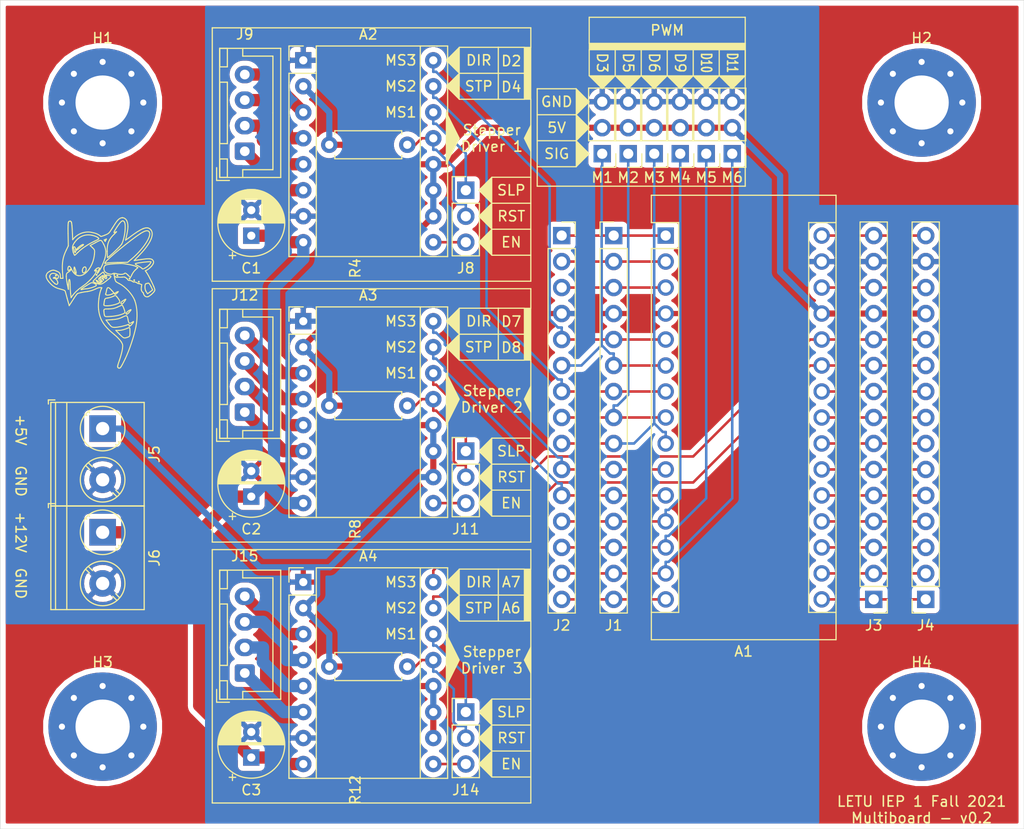
<source format=kicad_pcb>
(kicad_pcb (version 20171130) (host pcbnew 5.1.10)
  (layers (0 F.Cu signal) (31 B.Cu signal) (34 B.Paste user) (35 F.Paste user) (36 B.SilkS user) (37 F.SilkS user) (38 B.Mask user) (39 F.Mask user) (44 Edge.Cuts user))
  (net 0 "")
  (net 1 "Net-(A1-Pad16)")
  (net 2 "Net-(A1-Pad15)")
  (net 3 "Net-(A1-Pad30)")
  (net 4 "Net-(A1-Pad14)")
  (net 5 "Net-(A1-Pad13)")
  (net 6 "Net-(A1-Pad28)")
  (net 7 "Net-(A1-Pad12)")
  (net 8 "Net-(A1-Pad9)")
  (net 9 "Net-(A1-Pad24)")
  (net 10 "Net-(A1-Pad8)")
  (net 11 "Net-(A1-Pad23)")
  (net 12 "Net-(A1-Pad22)")
  (net 13 "Net-(A1-Pad6)")
  (net 14 "Net-(A1-Pad21)")
  (net 15 "Net-(A1-Pad20)")
  (net 16 "Net-(A1-Pad19)")
  (net 17 "Net-(A1-Pad3)")
  (net 18 "Net-(A1-Pad18)")
  (net 19 "Net-(A1-Pad2)")
  (net 20 "Net-(A1-Pad17)")
  (net 21 "Net-(A1-Pad1)")
  (net 22 GND)
  (net 23 +5V)
  (net 24 "Net-(A2-Pad14)")
  (net 25 "Net-(A2-Pad6)")
  (net 26 "Net-(A2-Pad13)")
  (net 27 "Net-(A2-Pad5)")
  (net 28 "Net-(A2-Pad4)")
  (net 29 "Net-(A2-Pad3)")
  (net 30 "Net-(A2-Pad9)")
  (net 31 "Net-(A3-Pad14)")
  (net 32 "Net-(A3-Pad6)")
  (net 33 "Net-(A3-Pad13)")
  (net 34 "Net-(A3-Pad5)")
  (net 35 "Net-(A3-Pad4)")
  (net 36 "Net-(A3-Pad3)")
  (net 37 "Net-(A3-Pad9)")
  (net 38 +12V)
  (net 39 /Stepper/DIR)
  (net 40 /Stepper/STEP)
  (net 41 /sheet610CB91D/DIR)
  (net 42 /sheet610CB91D/STEP)
  (net 43 /sheet60A7C39C/DIR)
  (net 44 /sheet60A7C39C/STEP)
  (net 45 "Net-(A4-Pad14)")
  (net 46 "Net-(A4-Pad6)")
  (net 47 "Net-(A4-Pad13)")
  (net 48 "Net-(A4-Pad5)")
  (net 49 "Net-(A4-Pad4)")
  (net 50 "Net-(A4-Pad3)")
  (net 51 "Net-(A4-Pad9)")
  (module TerminalBlock_Phoenix:TerminalBlock_Phoenix_PT-1,5-2-5.0-H_1x02_P5.00mm_Horizontal (layer F.Cu) (at 120.24 107.58 270)
    (fp_text reference J6 (at 2.5 -5.06 90) (layer F.SilkS))
    (fp_text value Screw_Terminal_01x02)
    (pad 1 thru_hole rect (at 0 0 270) (size 2.6 2.6) (drill 1.3) (layers *.Cu *.Mask) (net 38 +12V))
    (pad 2 thru_hole circle (at 5 0 270) (size 2.6 2.6) (drill 1.3) (layers *.Cu *.Mask) (net 22 GND))
  )
  (module TerminalBlock_Phoenix:TerminalBlock_Phoenix_PT-1,5-2-5.0-H_1x02_P5.00mm_Horizontal (layer F.Cu) (at 120.24 97.445 270)
    (fp_text reference J5 (at 2.5 -5.06 90) (layer F.SilkS))
    (fp_text value Screw_Terminal_01x02)
    (pad 1 thru_hole rect (at 0 0 270) (size 2.6 2.6) (drill 1.3) (layers *.Cu *.Mask) (net 23 +5V))
    (pad 2 thru_hole circle (at 5 0 270) (size 2.6 2.6) (drill 1.3) (layers *.Cu *.Mask) (net 22 GND))
  )
  (module Connector_PinHeader_2.54mm:PinHeader_1x03_P2.54mm_Vertical (layer F.Cu) (at 171.58 70.58 180)
    (fp_text reference M2 (at 0 -2.33) (layer F.SilkS))
    (fp_text value Motor_Servo)
    (pad 1 thru_hole rect (at 0 0 180) (size 1.7 1.7) (drill 1) (layers *.Cu *.Mask) (net 10 "Net-(A1-Pad8)"))
    (pad 2 thru_hole oval (at 0 2.54 180) (size 1.7 1.7) (drill 1) (layers *.Cu *.Mask) (net 23 +5V))
    (pad 3 thru_hole oval (at 0 5.08 180) (size 1.7 1.7) (drill 1) (layers *.Cu *.Mask) (net 22 GND))
  )
  (module Connector_PinHeader_2.54mm:PinHeader_1x03_P2.54mm_Vertical (layer F.Cu) (at 169.04 70.58 180)
    (fp_text reference M1 (at 0 -2.33) (layer F.SilkS))
    (fp_text value Motor_Servo)
    (pad 1 thru_hole rect (at 0 0 180) (size 1.7 1.7) (drill 1) (layers *.Cu *.Mask) (net 13 "Net-(A1-Pad6)"))
    (pad 2 thru_hole oval (at 0 2.54 180) (size 1.7 1.7) (drill 1) (layers *.Cu *.Mask) (net 23 +5V))
    (pad 3 thru_hole oval (at 0 5.08 180) (size 1.7 1.7) (drill 1) (layers *.Cu *.Mask) (net 22 GND))
  )
  (module Connector_PinHeader_2.54mm:PinHeader_1x03_P2.54mm_Vertical (layer F.Cu) (at 176.66 70.58 180)
    (fp_text reference M4 (at 0 -2.33) (layer F.SilkS))
    (fp_text value Motor_Servo)
    (pad 1 thru_hole rect (at 0 0 180) (size 1.7 1.7) (drill 1) (layers *.Cu *.Mask) (net 7 "Net-(A1-Pad12)"))
    (pad 2 thru_hole oval (at 0 2.54 180) (size 1.7 1.7) (drill 1) (layers *.Cu *.Mask) (net 23 +5V))
    (pad 3 thru_hole oval (at 0 5.08 180) (size 1.7 1.7) (drill 1) (layers *.Cu *.Mask) (net 22 GND))
  )
  (module Connector_PinHeader_2.54mm:PinHeader_1x03_P2.54mm_Vertical (layer F.Cu) (at 179.2 70.58 180)
    (fp_text reference M5 (at 0 -2.33) (layer F.SilkS))
    (fp_text value Motor_Servo)
    (pad 1 thru_hole rect (at 0 0 180) (size 1.7 1.7) (drill 1) (layers *.Cu *.Mask) (net 5 "Net-(A1-Pad13)"))
    (pad 2 thru_hole oval (at 0 2.54 180) (size 1.7 1.7) (drill 1) (layers *.Cu *.Mask) (net 23 +5V))
    (pad 3 thru_hole oval (at 0 5.08 180) (size 1.7 1.7) (drill 1) (layers *.Cu *.Mask) (net 22 GND))
  )
  (module Connector_PinHeader_2.54mm:PinHeader_1x03_P2.54mm_Vertical (layer F.Cu) (at 181.74 70.58 180)
    (fp_text reference M6 (at 0 -2.33) (layer F.SilkS))
    (fp_text value Motor_Servo)
    (pad 1 thru_hole rect (at 0 0 180) (size 1.7 1.7) (drill 1) (layers *.Cu *.Mask) (net 4 "Net-(A1-Pad14)"))
    (pad 2 thru_hole oval (at 0 2.54 180) (size 1.7 1.7) (drill 1) (layers *.Cu *.Mask) (net 23 +5V))
    (pad 3 thru_hole oval (at 0 5.08 180) (size 1.7 1.7) (drill 1) (layers *.Cu *.Mask) (net 22 GND))
  )
  (module Connector_PinHeader_2.54mm:PinHeader_1x03_P2.54mm_Vertical (layer F.Cu) (at 174.12 70.58 180)
    (fp_text reference M3 (at 0 -2.33) (layer F.SilkS))
    (fp_text value Motor_Servo)
    (pad 1 thru_hole rect (at 0 0 180) (size 1.7 1.7) (drill 1) (layers *.Cu *.Mask) (net 8 "Net-(A1-Pad9)"))
    (pad 2 thru_hole oval (at 0 2.54 180) (size 1.7 1.7) (drill 1) (layers *.Cu *.Mask) (net 23 +5V))
    (pad 3 thru_hole oval (at 0 5.08 180) (size 1.7 1.7) (drill 1) (layers *.Cu *.Mask) (net 22 GND))
  )
  (module Capacitor_THT:CP_Radial_D6.3mm_P2.50mm (layer F.Cu) (at 134.76 129.595 90)
    (fp_text reference C3 (at -3.175 0 180) (layer F.SilkS))
    (fp_text value 100uF)
    (pad 2 thru_hole circle (at 2.5 0 90) (size 1.6 1.6) (drill 0.8) (layers *.Cu *.Mask) (net 22 GND))
    (pad 1 thru_hole rect (at 0 0 90) (size 1.6 1.6) (drill 0.8) (layers *.Cu *.Mask) (net 38 +12V))
  )
  (module Connector_JST:JST_XH_B4B-XH-A_1x04_P2.50mm_Vertical (layer F.Cu) (at 134.125 121.34 90)
    (fp_text reference J15 (at 11.43 0 180) (layer F.SilkS))
    (fp_text value Conn_01x04)
    (pad 4 thru_hole oval (at 7.5 0 90) (size 1.7 1.95) (drill 0.95) (layers *.Cu *.Mask) (net 50 "Net-(A4-Pad3)"))
    (pad 3 thru_hole oval (at 5 0 90) (size 1.7 1.95) (drill 0.95) (layers *.Cu *.Mask) (net 49 "Net-(A4-Pad4)"))
    (pad 2 thru_hole oval (at 2.5 0 90) (size 1.7 1.95) (drill 0.95) (layers *.Cu *.Mask) (net 48 "Net-(A4-Pad5)"))
    (pad 1 thru_hole roundrect (at 0 0 90) (size 1.7 1.95) (drill 0.95) (layers *.Cu *.Mask) (roundrect_rratio 0.1470588235294118) (net 46 "Net-(A4-Pad6)"))
  )
  (module Custom:Pololu_Breakout-16_15.2x20.3mm (layer F.Cu) (at 139.84 112.45)
    (fp_text reference A4 (at 6.35 -2.54) (layer F.SilkS))
    (fp_text value Pololu_Breakout_A4988)
    (pad 16 thru_hole oval (at 12.7 0) (size 1.6 1.6) (drill 0.8) (layers *.Cu *.Mask) (net 43 /sheet60A7C39C/DIR))
    (pad 8 thru_hole oval (at 0 17.78) (size 1.6 1.6) (drill 0.8) (layers *.Cu *.Mask) (net 38 +12V))
    (pad 15 thru_hole oval (at 12.7 2.54) (size 1.6 1.6) (drill 0.8) (layers *.Cu *.Mask) (net 44 /sheet60A7C39C/STEP))
    (pad 7 thru_hole oval (at 0 15.24) (size 1.6 1.6) (drill 0.8) (layers *.Cu *.Mask) (net 22 GND))
    (pad 14 thru_hole oval (at 12.7 5.08) (size 1.6 1.6) (drill 0.8) (layers *.Cu *.Mask) (net 45 "Net-(A4-Pad14)"))
    (pad 6 thru_hole oval (at 0 12.7) (size 1.6 1.6) (drill 0.8) (layers *.Cu *.Mask) (net 46 "Net-(A4-Pad6)"))
    (pad 13 thru_hole oval (at 12.7 7.62) (size 1.6 1.6) (drill 0.8) (layers *.Cu *.Mask) (net 47 "Net-(A4-Pad13)"))
    (pad 5 thru_hole oval (at 0 10.16) (size 1.6 1.6) (drill 0.8) (layers *.Cu *.Mask) (net 48 "Net-(A4-Pad5)"))
    (pad 12 thru_hole oval (at 12.7 10.16) (size 1.6 1.6) (drill 0.8) (layers *.Cu *.Mask) (net 23 +5V))
    (pad 4 thru_hole oval (at 0 7.62) (size 1.6 1.6) (drill 0.8) (layers *.Cu *.Mask) (net 49 "Net-(A4-Pad4)"))
    (pad 11 thru_hole oval (at 12.7 12.7) (size 1.6 1.6) (drill 0.8) (layers *.Cu *.Mask) (net 23 +5V))
    (pad 3 thru_hole oval (at 0 5.08) (size 1.6 1.6) (drill 0.8) (layers *.Cu *.Mask) (net 50 "Net-(A4-Pad3)"))
    (pad 10 thru_hole oval (at 12.7 15.24) (size 1.6 1.6) (drill 0.8) (layers *.Cu *.Mask) (net 23 +5V))
    (pad 2 thru_hole oval (at 0 2.54) (size 1.6 1.6) (drill 0.8) (layers *.Cu *.Mask) (net 23 +5V))
    (pad 9 thru_hole oval (at 12.7 17.78) (size 1.6 1.6) (drill 0.8) (layers *.Cu *.Mask) (net 51 "Net-(A4-Pad9)"))
    (pad 1 thru_hole rect (at 0 0) (size 1.6 1.6) (drill 0.8) (layers *.Cu *.Mask) (net 22 GND))
  )
  (module Connector_PinHeader_2.54mm:PinHeader_1x03_P2.54mm_Vertical (layer F.Cu) (at 155.715 125.15)
    (fp_text reference J14 (at 0 7.62) (layer F.SilkS))
    (fp_text value Conn_01x03)
    (pad 3 thru_hole oval (at 0 5.08) (size 1.7 1.7) (drill 1) (layers *.Cu *.Mask) (net 51 "Net-(A4-Pad9)"))
    (pad 2 thru_hole oval (at 0 2.54) (size 1.7 1.7) (drill 1) (layers *.Cu *.Mask) (net 47 "Net-(A4-Pad13)"))
    (pad 1 thru_hole rect (at 0 0) (size 1.7 1.7) (drill 1) (layers *.Cu *.Mask) (net 45 "Net-(A4-Pad14)"))
  )
  (module Resistor_THT:R_Axial_DIN0207_L6.3mm_D2.5mm_P7.62mm_Horizontal (layer F.Cu) (at 150 120.705 180)
    (fp_text reference R12 (at 5.08 -12.065 90) (layer F.SilkS))
    (fp_text value 10K)
    (pad 2 thru_hole oval (at 7.62 0 180) (size 1.6 1.6) (drill 0.8) (layers *.Cu *.Mask) (net 23 +5V))
    (pad 1 thru_hole circle (at 0 0 180) (size 1.6 1.6) (drill 0.8) (layers *.Cu *.Mask) (net 47 "Net-(A4-Pad13)"))
  )
  (module Capacitor_THT:CP_Radial_D6.3mm_P2.50mm (layer F.Cu) (at 134.76 104.095 90)
    (fp_text reference C2 (at -3.175 0 180) (layer F.SilkS))
    (fp_text value 100uF)
    (pad 2 thru_hole circle (at 2.5 0 90) (size 1.6 1.6) (drill 0.8) (layers *.Cu *.Mask) (net 22 GND))
    (pad 1 thru_hole rect (at 0 0 90) (size 1.6 1.6) (drill 0.8) (layers *.Cu *.Mask) (net 38 +12V))
  )
  (module Custom:Pololu_Breakout-16_15.2x20.3mm (layer F.Cu) (at 139.84 86.95)
    (fp_text reference A3 (at 6.35 -2.54) (layer F.SilkS))
    (fp_text value Pololu_Breakout_A4988)
    (pad 16 thru_hole oval (at 12.7 0) (size 1.6 1.6) (drill 0.8) (layers *.Cu *.Mask) (net 41 /sheet610CB91D/DIR))
    (pad 8 thru_hole oval (at 0 17.78) (size 1.6 1.6) (drill 0.8) (layers *.Cu *.Mask) (net 38 +12V))
    (pad 15 thru_hole oval (at 12.7 2.54) (size 1.6 1.6) (drill 0.8) (layers *.Cu *.Mask) (net 42 /sheet610CB91D/STEP))
    (pad 7 thru_hole oval (at 0 15.24) (size 1.6 1.6) (drill 0.8) (layers *.Cu *.Mask) (net 22 GND))
    (pad 14 thru_hole oval (at 12.7 5.08) (size 1.6 1.6) (drill 0.8) (layers *.Cu *.Mask) (net 31 "Net-(A3-Pad14)"))
    (pad 6 thru_hole oval (at 0 12.7) (size 1.6 1.6) (drill 0.8) (layers *.Cu *.Mask) (net 32 "Net-(A3-Pad6)"))
    (pad 13 thru_hole oval (at 12.7 7.62) (size 1.6 1.6) (drill 0.8) (layers *.Cu *.Mask) (net 33 "Net-(A3-Pad13)"))
    (pad 5 thru_hole oval (at 0 10.16) (size 1.6 1.6) (drill 0.8) (layers *.Cu *.Mask) (net 34 "Net-(A3-Pad5)"))
    (pad 12 thru_hole oval (at 12.7 10.16) (size 1.6 1.6) (drill 0.8) (layers *.Cu *.Mask) (net 23 +5V))
    (pad 4 thru_hole oval (at 0 7.62) (size 1.6 1.6) (drill 0.8) (layers *.Cu *.Mask) (net 35 "Net-(A3-Pad4)"))
    (pad 11 thru_hole oval (at 12.7 12.7) (size 1.6 1.6) (drill 0.8) (layers *.Cu *.Mask) (net 23 +5V))
    (pad 3 thru_hole oval (at 0 5.08) (size 1.6 1.6) (drill 0.8) (layers *.Cu *.Mask) (net 36 "Net-(A3-Pad3)"))
    (pad 10 thru_hole oval (at 12.7 15.24) (size 1.6 1.6) (drill 0.8) (layers *.Cu *.Mask) (net 23 +5V))
    (pad 2 thru_hole oval (at 0 2.54) (size 1.6 1.6) (drill 0.8) (layers *.Cu *.Mask) (net 23 +5V))
    (pad 9 thru_hole oval (at 12.7 17.78) (size 1.6 1.6) (drill 0.8) (layers *.Cu *.Mask) (net 37 "Net-(A3-Pad9)"))
    (pad 1 thru_hole rect (at 0 0) (size 1.6 1.6) (drill 0.8) (layers *.Cu *.Mask) (net 22 GND))
  )
  (module Resistor_THT:R_Axial_DIN0207_L6.3mm_D2.5mm_P7.62mm_Horizontal (layer F.Cu) (at 150 95.205 180)
    (fp_text reference R8 (at 5.08 -12.065 90) (layer F.SilkS))
    (fp_text value 10K)
    (pad 2 thru_hole oval (at 7.62 0 180) (size 1.6 1.6) (drill 0.8) (layers *.Cu *.Mask) (net 23 +5V))
    (pad 1 thru_hole circle (at 0 0 180) (size 1.6 1.6) (drill 0.8) (layers *.Cu *.Mask) (net 33 "Net-(A3-Pad13)"))
  )
  (module Connector_JST:JST_XH_B4B-XH-A_1x04_P2.50mm_Vertical (layer F.Cu) (at 134.125 95.84 90)
    (fp_text reference J12 (at 11.43 0 180) (layer F.SilkS))
    (fp_text value Conn_01x04)
    (pad 4 thru_hole oval (at 7.5 0 90) (size 1.7 1.95) (drill 0.95) (layers *.Cu *.Mask) (net 36 "Net-(A3-Pad3)"))
    (pad 3 thru_hole oval (at 5 0 90) (size 1.7 1.95) (drill 0.95) (layers *.Cu *.Mask) (net 35 "Net-(A3-Pad4)"))
    (pad 2 thru_hole oval (at 2.5 0 90) (size 1.7 1.95) (drill 0.95) (layers *.Cu *.Mask) (net 34 "Net-(A3-Pad5)"))
    (pad 1 thru_hole roundrect (at 0 0 90) (size 1.7 1.95) (drill 0.95) (layers *.Cu *.Mask) (roundrect_rratio 0.1470588235294118) (net 32 "Net-(A3-Pad6)"))
  )
  (module Connector_PinHeader_2.54mm:PinHeader_1x03_P2.54mm_Vertical (layer F.Cu) (at 155.715 99.65)
    (fp_text reference J11 (at 0 7.62) (layer F.SilkS))
    (fp_text value Conn_01x03)
    (pad 3 thru_hole oval (at 0 5.08) (size 1.7 1.7) (drill 1) (layers *.Cu *.Mask) (net 37 "Net-(A3-Pad9)"))
    (pad 2 thru_hole oval (at 0 2.54) (size 1.7 1.7) (drill 1) (layers *.Cu *.Mask) (net 33 "Net-(A3-Pad13)"))
    (pad 1 thru_hole rect (at 0 0) (size 1.7 1.7) (drill 1) (layers *.Cu *.Mask) (net 31 "Net-(A3-Pad14)"))
  )
  (module MountingHole:MountingHole_5.3mm_M5_Pad_Via (layer F.Cu) (at 200.24 126.58)
    (fp_text reference H4 (at 0 -6.3) (layer F.SilkS))
    (fp_text value MountingHole)
    (pad 1 thru_hole circle (at 2.810749 -2.810749) (size 0.9 0.9) (drill 0.6) (layers *.Cu *.Mask))
    (pad 1 thru_hole circle (at 0 -3.975) (size 0.9 0.9) (drill 0.6) (layers *.Cu *.Mask))
    (pad 1 thru_hole circle (at -2.810749 -2.810749) (size 0.9 0.9) (drill 0.6) (layers *.Cu *.Mask))
    (pad 1 thru_hole circle (at -3.975 0) (size 0.9 0.9) (drill 0.6) (layers *.Cu *.Mask))
    (pad 1 thru_hole circle (at -2.810749 2.810749) (size 0.9 0.9) (drill 0.6) (layers *.Cu *.Mask))
    (pad 1 thru_hole circle (at 0 3.975) (size 0.9 0.9) (drill 0.6) (layers *.Cu *.Mask))
    (pad 1 thru_hole circle (at 2.810749 2.810749) (size 0.9 0.9) (drill 0.6) (layers *.Cu *.Mask))
    (pad 1 thru_hole circle (at 3.975 0) (size 0.9 0.9) (drill 0.6) (layers *.Cu *.Mask))
    (pad 1 thru_hole circle (at 0 0) (size 10.6 10.6) (drill 5.3) (layers *.Cu *.Mask))
  )
  (module MountingHole:MountingHole_5.3mm_M5_Pad_Via (layer F.Cu) (at 120.24 126.58)
    (fp_text reference H3 (at 0 -6.3) (layer F.SilkS))
    (fp_text value MountingHole)
    (pad 1 thru_hole circle (at 2.810749 -2.810749) (size 0.9 0.9) (drill 0.6) (layers *.Cu *.Mask))
    (pad 1 thru_hole circle (at 0 -3.975) (size 0.9 0.9) (drill 0.6) (layers *.Cu *.Mask))
    (pad 1 thru_hole circle (at -2.810749 -2.810749) (size 0.9 0.9) (drill 0.6) (layers *.Cu *.Mask))
    (pad 1 thru_hole circle (at -3.975 0) (size 0.9 0.9) (drill 0.6) (layers *.Cu *.Mask))
    (pad 1 thru_hole circle (at -2.810749 2.810749) (size 0.9 0.9) (drill 0.6) (layers *.Cu *.Mask))
    (pad 1 thru_hole circle (at 0 3.975) (size 0.9 0.9) (drill 0.6) (layers *.Cu *.Mask))
    (pad 1 thru_hole circle (at 2.810749 2.810749) (size 0.9 0.9) (drill 0.6) (layers *.Cu *.Mask))
    (pad 1 thru_hole circle (at 3.975 0) (size 0.9 0.9) (drill 0.6) (layers *.Cu *.Mask))
    (pad 1 thru_hole circle (at 0 0) (size 10.6 10.6) (drill 5.3) (layers *.Cu *.Mask))
  )
  (module MountingHole:MountingHole_5.3mm_M5_Pad_Via (layer F.Cu) (at 200.24 65.58)
    (fp_text reference H2 (at 0 -6.3) (layer F.SilkS))
    (fp_text value MountingHole)
    (pad 1 thru_hole circle (at 2.810749 -2.810749) (size 0.9 0.9) (drill 0.6) (layers *.Cu *.Mask))
    (pad 1 thru_hole circle (at 0 -3.975) (size 0.9 0.9) (drill 0.6) (layers *.Cu *.Mask))
    (pad 1 thru_hole circle (at -2.810749 -2.810749) (size 0.9 0.9) (drill 0.6) (layers *.Cu *.Mask))
    (pad 1 thru_hole circle (at -3.975 0) (size 0.9 0.9) (drill 0.6) (layers *.Cu *.Mask))
    (pad 1 thru_hole circle (at -2.810749 2.810749) (size 0.9 0.9) (drill 0.6) (layers *.Cu *.Mask))
    (pad 1 thru_hole circle (at 0 3.975) (size 0.9 0.9) (drill 0.6) (layers *.Cu *.Mask))
    (pad 1 thru_hole circle (at 2.810749 2.810749) (size 0.9 0.9) (drill 0.6) (layers *.Cu *.Mask))
    (pad 1 thru_hole circle (at 3.975 0) (size 0.9 0.9) (drill 0.6) (layers *.Cu *.Mask))
    (pad 1 thru_hole circle (at 0 0) (size 10.6 10.6) (drill 5.3) (layers *.Cu *.Mask))
  )
  (module MountingHole:MountingHole_5.3mm_M5_Pad_Via (layer F.Cu) (at 120.24 65.58)
    (fp_text reference H1 (at 0 -6.3) (layer F.SilkS))
    (fp_text value MountingHole)
    (pad 1 thru_hole circle (at 2.810749 -2.810749) (size 0.9 0.9) (drill 0.6) (layers *.Cu *.Mask))
    (pad 1 thru_hole circle (at 0 -3.975) (size 0.9 0.9) (drill 0.6) (layers *.Cu *.Mask))
    (pad 1 thru_hole circle (at -2.810749 -2.810749) (size 0.9 0.9) (drill 0.6) (layers *.Cu *.Mask))
    (pad 1 thru_hole circle (at -3.975 0) (size 0.9 0.9) (drill 0.6) (layers *.Cu *.Mask))
    (pad 1 thru_hole circle (at -2.810749 2.810749) (size 0.9 0.9) (drill 0.6) (layers *.Cu *.Mask))
    (pad 1 thru_hole circle (at 0 3.975) (size 0.9 0.9) (drill 0.6) (layers *.Cu *.Mask))
    (pad 1 thru_hole circle (at 2.810749 2.810749) (size 0.9 0.9) (drill 0.6) (layers *.Cu *.Mask))
    (pad 1 thru_hole circle (at 3.975 0) (size 0.9 0.9) (drill 0.6) (layers *.Cu *.Mask))
    (pad 1 thru_hole circle (at 0 0) (size 10.6 10.6) (drill 5.3) (layers *.Cu *.Mask))
  )
  (module Capacitor_THT:CP_Radial_D6.3mm_P2.50mm (layer F.Cu) (at 134.76 78.595 90)
    (fp_text reference C1 (at -3.175 0 180) (layer F.SilkS))
    (fp_text value 100uF)
    (pad 1 thru_hole rect (at 0 0 90) (size 1.6 1.6) (drill 0.8) (layers *.Cu *.Mask) (net 38 +12V))
    (pad 2 thru_hole circle (at 2.5 0 90) (size 1.6 1.6) (drill 0.8) (layers *.Cu *.Mask) (net 22 GND))
  )
  (module Resistor_THT:R_Axial_DIN0207_L6.3mm_D2.5mm_P7.62mm_Horizontal (layer F.Cu) (at 150 69.705 180)
    (fp_text reference R4 (at 5.08 -12.065 90) (layer F.SilkS))
    (fp_text value 10K)
    (pad 1 thru_hole circle (at 0 0 180) (size 1.6 1.6) (drill 0.8) (layers *.Cu *.Mask) (net 26 "Net-(A2-Pad13)"))
    (pad 2 thru_hole oval (at 7.62 0 180) (size 1.6 1.6) (drill 0.8) (layers *.Cu *.Mask) (net 23 +5V))
  )
  (module Connector_JST:JST_XH_B4B-XH-A_1x04_P2.50mm_Vertical (layer F.Cu) (at 134.125 70.34 90)
    (fp_text reference J9 (at 11.43 0 180) (layer F.SilkS))
    (fp_text value Conn_01x04)
    (pad 1 thru_hole roundrect (at 0 0 90) (size 1.7 1.95) (drill 0.95) (layers *.Cu *.Mask) (roundrect_rratio 0.1470588235294118) (net 25 "Net-(A2-Pad6)"))
    (pad 2 thru_hole oval (at 2.5 0 90) (size 1.7 1.95) (drill 0.95) (layers *.Cu *.Mask) (net 27 "Net-(A2-Pad5)"))
    (pad 3 thru_hole oval (at 5 0 90) (size 1.7 1.95) (drill 0.95) (layers *.Cu *.Mask) (net 28 "Net-(A2-Pad4)"))
    (pad 4 thru_hole oval (at 7.5 0 90) (size 1.7 1.95) (drill 0.95) (layers *.Cu *.Mask) (net 29 "Net-(A2-Pad3)"))
  )
  (module Connector_PinHeader_2.54mm:PinHeader_1x03_P2.54mm_Vertical (layer F.Cu) (at 155.715 74.15)
    (fp_text reference J8 (at 0 7.62) (layer F.SilkS))
    (fp_text value Conn_01x03)
    (pad 1 thru_hole rect (at 0 0) (size 1.7 1.7) (drill 1) (layers *.Cu *.Mask) (net 24 "Net-(A2-Pad14)"))
    (pad 2 thru_hole oval (at 0 2.54) (size 1.7 1.7) (drill 1) (layers *.Cu *.Mask) (net 26 "Net-(A2-Pad13)"))
    (pad 3 thru_hole oval (at 0 5.08) (size 1.7 1.7) (drill 1) (layers *.Cu *.Mask) (net 30 "Net-(A2-Pad9)"))
  )
  (module Custom:Pololu_Breakout-16_15.2x20.3mm (layer F.Cu) (at 139.84 61.45)
    (fp_text reference A2 (at 6.35 -2.54) (layer F.SilkS))
    (fp_text value Pololu_Breakout_A4988)
    (pad 1 thru_hole rect (at 0 0) (size 1.6 1.6) (drill 0.8) (layers *.Cu *.Mask) (net 22 GND))
    (pad 9 thru_hole oval (at 12.7 17.78) (size 1.6 1.6) (drill 0.8) (layers *.Cu *.Mask) (net 30 "Net-(A2-Pad9)"))
    (pad 2 thru_hole oval (at 0 2.54) (size 1.6 1.6) (drill 0.8) (layers *.Cu *.Mask) (net 23 +5V))
    (pad 10 thru_hole oval (at 12.7 15.24) (size 1.6 1.6) (drill 0.8) (layers *.Cu *.Mask) (net 23 +5V))
    (pad 3 thru_hole oval (at 0 5.08) (size 1.6 1.6) (drill 0.8) (layers *.Cu *.Mask) (net 29 "Net-(A2-Pad3)"))
    (pad 11 thru_hole oval (at 12.7 12.7) (size 1.6 1.6) (drill 0.8) (layers *.Cu *.Mask) (net 23 +5V))
    (pad 4 thru_hole oval (at 0 7.62) (size 1.6 1.6) (drill 0.8) (layers *.Cu *.Mask) (net 28 "Net-(A2-Pad4)"))
    (pad 12 thru_hole oval (at 12.7 10.16) (size 1.6 1.6) (drill 0.8) (layers *.Cu *.Mask) (net 23 +5V))
    (pad 5 thru_hole oval (at 0 10.16) (size 1.6 1.6) (drill 0.8) (layers *.Cu *.Mask) (net 27 "Net-(A2-Pad5)"))
    (pad 13 thru_hole oval (at 12.7 7.62) (size 1.6 1.6) (drill 0.8) (layers *.Cu *.Mask) (net 26 "Net-(A2-Pad13)"))
    (pad 6 thru_hole oval (at 0 12.7) (size 1.6 1.6) (drill 0.8) (layers *.Cu *.Mask) (net 25 "Net-(A2-Pad6)"))
    (pad 14 thru_hole oval (at 12.7 5.08) (size 1.6 1.6) (drill 0.8) (layers *.Cu *.Mask) (net 24 "Net-(A2-Pad14)"))
    (pad 7 thru_hole oval (at 0 15.24) (size 1.6 1.6) (drill 0.8) (layers *.Cu *.Mask) (net 22 GND))
    (pad 15 thru_hole oval (at 12.7 2.54) (size 1.6 1.6) (drill 0.8) (layers *.Cu *.Mask) (net 40 /Stepper/STEP))
    (pad 8 thru_hole oval (at 0 17.78) (size 1.6 1.6) (drill 0.8) (layers *.Cu *.Mask) (net 38 +12V))
    (pad 16 thru_hole oval (at 12.7 0) (size 1.6 1.6) (drill 0.8) (layers *.Cu *.Mask) (net 39 /Stepper/DIR))
  )
  (module Custom:Arduino_Nano (layer F.Cu) (at 175.24 78.58)
    (fp_text reference A1 (at 7.62 40.64) (layer F.SilkS))
    (fp_text value Arduino_Nano_v3.x)
    (pad 16 thru_hole oval (at 15.24 35.56) (size 1.6 1.6) (drill 1) (layers *.Cu *.Mask) (net 1 "Net-(A1-Pad16)"))
    (pad 15 thru_hole oval (at 0 35.56) (size 1.6 1.6) (drill 1) (layers *.Cu *.Mask) (net 2 "Net-(A1-Pad15)"))
    (pad 30 thru_hole oval (at 15.24 0) (size 1.6 1.6) (drill 1) (layers *.Cu *.Mask) (net 3 "Net-(A1-Pad30)"))
    (pad 14 thru_hole oval (at 0 33.02) (size 1.6 1.6) (drill 1) (layers *.Cu *.Mask) (net 4 "Net-(A1-Pad14)"))
    (pad 29 thru_hole oval (at 15.24 2.54) (size 1.6 1.6) (drill 1) (layers *.Cu *.Mask) (net 22 GND))
    (pad 13 thru_hole oval (at 0 30.48) (size 1.6 1.6) (drill 1) (layers *.Cu *.Mask) (net 5 "Net-(A1-Pad13)"))
    (pad 28 thru_hole oval (at 15.24 5.08) (size 1.6 1.6) (drill 1) (layers *.Cu *.Mask) (net 6 "Net-(A1-Pad28)"))
    (pad 12 thru_hole oval (at 0 27.94) (size 1.6 1.6) (drill 1) (layers *.Cu *.Mask) (net 7 "Net-(A1-Pad12)"))
    (pad 27 thru_hole oval (at 15.24 7.62) (size 1.6 1.6) (drill 1) (layers *.Cu *.Mask) (net 23 +5V))
    (pad 11 thru_hole oval (at 0 25.4) (size 1.6 1.6) (drill 1) (layers *.Cu *.Mask) (net 42 /sheet610CB91D/STEP))
    (pad 26 thru_hole oval (at 15.24 10.16) (size 1.6 1.6) (drill 1) (layers *.Cu *.Mask) (net 43 /sheet60A7C39C/DIR))
    (pad 10 thru_hole oval (at 0 22.86) (size 1.6 1.6) (drill 1) (layers *.Cu *.Mask) (net 41 /sheet610CB91D/DIR))
    (pad 25 thru_hole oval (at 15.24 12.7) (size 1.6 1.6) (drill 1) (layers *.Cu *.Mask) (net 44 /sheet60A7C39C/STEP))
    (pad 9 thru_hole oval (at 0 20.32) (size 1.6 1.6) (drill 1) (layers *.Cu *.Mask) (net 8 "Net-(A1-Pad9)"))
    (pad 24 thru_hole oval (at 15.24 15.24) (size 1.6 1.6) (drill 1) (layers *.Cu *.Mask) (net 9 "Net-(A1-Pad24)"))
    (pad 8 thru_hole oval (at 0 17.78) (size 1.6 1.6) (drill 1) (layers *.Cu *.Mask) (net 10 "Net-(A1-Pad8)"))
    (pad 23 thru_hole oval (at 15.24 17.78) (size 1.6 1.6) (drill 1) (layers *.Cu *.Mask) (net 11 "Net-(A1-Pad23)"))
    (pad 7 thru_hole oval (at 0 15.24) (size 1.6 1.6) (drill 1) (layers *.Cu *.Mask) (net 40 /Stepper/STEP))
    (pad 22 thru_hole oval (at 15.24 20.32) (size 1.6 1.6) (drill 1) (layers *.Cu *.Mask) (net 12 "Net-(A1-Pad22)"))
    (pad 6 thru_hole oval (at 0 12.7) (size 1.6 1.6) (drill 1) (layers *.Cu *.Mask) (net 13 "Net-(A1-Pad6)"))
    (pad 21 thru_hole oval (at 15.24 22.86) (size 1.6 1.6) (drill 1) (layers *.Cu *.Mask) (net 14 "Net-(A1-Pad21)"))
    (pad 5 thru_hole oval (at 0 10.16) (size 1.6 1.6) (drill 1) (layers *.Cu *.Mask) (net 39 /Stepper/DIR))
    (pad 20 thru_hole oval (at 15.24 25.4) (size 1.6 1.6) (drill 1) (layers *.Cu *.Mask) (net 15 "Net-(A1-Pad20)"))
    (pad 4 thru_hole oval (at 0 7.62) (size 1.6 1.6) (drill 1) (layers *.Cu *.Mask) (net 22 GND))
    (pad 19 thru_hole oval (at 15.24 27.94) (size 1.6 1.6) (drill 1) (layers *.Cu *.Mask) (net 16 "Net-(A1-Pad19)"))
    (pad 3 thru_hole oval (at 0 5.08) (size 1.6 1.6) (drill 1) (layers *.Cu *.Mask) (net 17 "Net-(A1-Pad3)"))
    (pad 18 thru_hole oval (at 15.24 30.48) (size 1.6 1.6) (drill 1) (layers *.Cu *.Mask) (net 18 "Net-(A1-Pad18)"))
    (pad 2 thru_hole oval (at 0 2.54) (size 1.6 1.6) (drill 1) (layers *.Cu *.Mask) (net 19 "Net-(A1-Pad2)"))
    (pad 17 thru_hole oval (at 15.24 33.02) (size 1.6 1.6) (drill 1) (layers *.Cu *.Mask) (net 20 "Net-(A1-Pad17)"))
    (pad 1 thru_hole rect (at 0 0) (size 1.6 1.6) (drill 1) (layers *.Cu *.Mask) (net 21 "Net-(A1-Pad1)"))
  )
  (module Connector_PinSocket_2.54mm:PinSocket_1x15_P2.54mm_Vertical (layer F.Cu) (at 200.64 114.14 180)
    (fp_text reference J4 (at 0 -2.54) (layer F.SilkS))
    (fp_text value Conn_01x15)
    (pad 15 thru_hole oval (at 0 35.56 180) (size 1.7 1.7) (drill 1) (layers *.Cu *.Mask) (net 3 "Net-(A1-Pad30)"))
    (pad 14 thru_hole oval (at 0 33.02 180) (size 1.7 1.7) (drill 1) (layers *.Cu *.Mask) (net 22 GND))
    (pad 13 thru_hole oval (at 0 30.48 180) (size 1.7 1.7) (drill 1) (layers *.Cu *.Mask) (net 6 "Net-(A1-Pad28)"))
    (pad 12 thru_hole oval (at 0 27.94 180) (size 1.7 1.7) (drill 1) (layers *.Cu *.Mask) (net 23 +5V))
    (pad 11 thru_hole oval (at 0 25.4 180) (size 1.7 1.7) (drill 1) (layers *.Cu *.Mask) (net 43 /sheet60A7C39C/DIR))
    (pad 10 thru_hole oval (at 0 22.86 180) (size 1.7 1.7) (drill 1) (layers *.Cu *.Mask) (net 44 /sheet60A7C39C/STEP))
    (pad 9 thru_hole oval (at 0 20.32 180) (size 1.7 1.7) (drill 1) (layers *.Cu *.Mask) (net 9 "Net-(A1-Pad24)"))
    (pad 8 thru_hole oval (at 0 17.78 180) (size 1.7 1.7) (drill 1) (layers *.Cu *.Mask) (net 11 "Net-(A1-Pad23)"))
    (pad 7 thru_hole oval (at 0 15.24 180) (size 1.7 1.7) (drill 1) (layers *.Cu *.Mask) (net 12 "Net-(A1-Pad22)"))
    (pad 6 thru_hole oval (at 0 12.7 180) (size 1.7 1.7) (drill 1) (layers *.Cu *.Mask) (net 14 "Net-(A1-Pad21)"))
    (pad 5 thru_hole oval (at 0 10.16 180) (size 1.7 1.7) (drill 1) (layers *.Cu *.Mask) (net 15 "Net-(A1-Pad20)"))
    (pad 4 thru_hole oval (at 0 7.62 180) (size 1.7 1.7) (drill 1) (layers *.Cu *.Mask) (net 16 "Net-(A1-Pad19)"))
    (pad 3 thru_hole oval (at 0 5.08 180) (size 1.7 1.7) (drill 1) (layers *.Cu *.Mask) (net 18 "Net-(A1-Pad18)"))
    (pad 2 thru_hole oval (at 0 2.54 180) (size 1.7 1.7) (drill 1) (layers *.Cu *.Mask) (net 20 "Net-(A1-Pad17)"))
    (pad 1 thru_hole rect (at 0 0 180) (size 1.7 1.7) (drill 1) (layers *.Cu *.Mask) (net 1 "Net-(A1-Pad16)"))
  )
  (module Connector_PinSocket_2.54mm:PinSocket_1x15_P2.54mm_Vertical (layer F.Cu) (at 165.08 78.58)
    (fp_text reference J2 (at 0 38.1) (layer F.SilkS))
    (fp_text value Conn_01x15)
    (pad 15 thru_hole oval (at 0 35.56) (size 1.7 1.7) (drill 1) (layers *.Cu *.Mask) (net 2 "Net-(A1-Pad15)"))
    (pad 14 thru_hole oval (at 0 33.02) (size 1.7 1.7) (drill 1) (layers *.Cu *.Mask) (net 4 "Net-(A1-Pad14)"))
    (pad 13 thru_hole oval (at 0 30.48) (size 1.7 1.7) (drill 1) (layers *.Cu *.Mask) (net 5 "Net-(A1-Pad13)"))
    (pad 12 thru_hole oval (at 0 27.94) (size 1.7 1.7) (drill 1) (layers *.Cu *.Mask) (net 7 "Net-(A1-Pad12)"))
    (pad 11 thru_hole oval (at 0 25.4) (size 1.7 1.7) (drill 1) (layers *.Cu *.Mask) (net 42 /sheet610CB91D/STEP))
    (pad 10 thru_hole oval (at 0 22.86) (size 1.7 1.7) (drill 1) (layers *.Cu *.Mask) (net 41 /sheet610CB91D/DIR))
    (pad 9 thru_hole oval (at 0 20.32) (size 1.7 1.7) (drill 1) (layers *.Cu *.Mask) (net 8 "Net-(A1-Pad9)"))
    (pad 8 thru_hole oval (at 0 17.78) (size 1.7 1.7) (drill 1) (layers *.Cu *.Mask) (net 10 "Net-(A1-Pad8)"))
    (pad 7 thru_hole oval (at 0 15.24) (size 1.7 1.7) (drill 1) (layers *.Cu *.Mask) (net 40 /Stepper/STEP))
    (pad 6 thru_hole oval (at 0 12.7) (size 1.7 1.7) (drill 1) (layers *.Cu *.Mask) (net 13 "Net-(A1-Pad6)"))
    (pad 5 thru_hole oval (at 0 10.16) (size 1.7 1.7) (drill 1) (layers *.Cu *.Mask) (net 39 /Stepper/DIR))
    (pad 4 thru_hole oval (at 0 7.62) (size 1.7 1.7) (drill 1) (layers *.Cu *.Mask) (net 22 GND))
    (pad 3 thru_hole oval (at 0 5.08) (size 1.7 1.7) (drill 1) (layers *.Cu *.Mask) (net 17 "Net-(A1-Pad3)"))
    (pad 2 thru_hole oval (at 0 2.54) (size 1.7 1.7) (drill 1) (layers *.Cu *.Mask) (net 19 "Net-(A1-Pad2)"))
    (pad 1 thru_hole rect (at 0 0) (size 1.7 1.7) (drill 1) (layers *.Cu *.Mask) (net 21 "Net-(A1-Pad1)"))
  )
  (module Connector_PinHeader_2.54mm:PinHeader_1x15_P2.54mm_Vertical (layer F.Cu) (at 195.56 114.14 180)
    (fp_text reference J3 (at 0 -2.54) (layer F.SilkS))
    (fp_text value Conn_01x15)
    (pad 15 thru_hole oval (at 0 35.56 180) (size 1.7 1.7) (drill 1) (layers *.Cu *.Mask) (net 3 "Net-(A1-Pad30)"))
    (pad 14 thru_hole oval (at 0 33.02 180) (size 1.7 1.7) (drill 1) (layers *.Cu *.Mask) (net 22 GND))
    (pad 13 thru_hole oval (at 0 30.48 180) (size 1.7 1.7) (drill 1) (layers *.Cu *.Mask) (net 6 "Net-(A1-Pad28)"))
    (pad 12 thru_hole oval (at 0 27.94 180) (size 1.7 1.7) (drill 1) (layers *.Cu *.Mask) (net 23 +5V))
    (pad 11 thru_hole oval (at 0 25.4 180) (size 1.7 1.7) (drill 1) (layers *.Cu *.Mask) (net 43 /sheet60A7C39C/DIR))
    (pad 10 thru_hole oval (at 0 22.86 180) (size 1.7 1.7) (drill 1) (layers *.Cu *.Mask) (net 44 /sheet60A7C39C/STEP))
    (pad 9 thru_hole oval (at 0 20.32 180) (size 1.7 1.7) (drill 1) (layers *.Cu *.Mask) (net 9 "Net-(A1-Pad24)"))
    (pad 8 thru_hole oval (at 0 17.78 180) (size 1.7 1.7) (drill 1) (layers *.Cu *.Mask) (net 11 "Net-(A1-Pad23)"))
    (pad 7 thru_hole oval (at 0 15.24 180) (size 1.7 1.7) (drill 1) (layers *.Cu *.Mask) (net 12 "Net-(A1-Pad22)"))
    (pad 6 thru_hole oval (at 0 12.7 180) (size 1.7 1.7) (drill 1) (layers *.Cu *.Mask) (net 14 "Net-(A1-Pad21)"))
    (pad 5 thru_hole oval (at 0 10.16 180) (size 1.7 1.7) (drill 1) (layers *.Cu *.Mask) (net 15 "Net-(A1-Pad20)"))
    (pad 4 thru_hole oval (at 0 7.62 180) (size 1.7 1.7) (drill 1) (layers *.Cu *.Mask) (net 16 "Net-(A1-Pad19)"))
    (pad 3 thru_hole oval (at 0 5.08 180) (size 1.7 1.7) (drill 1) (layers *.Cu *.Mask) (net 18 "Net-(A1-Pad18)"))
    (pad 2 thru_hole oval (at 0 2.54 180) (size 1.7 1.7) (drill 1) (layers *.Cu *.Mask) (net 20 "Net-(A1-Pad17)"))
    (pad 1 thru_hole rect (at 0 0 180) (size 1.7 1.7) (drill 1) (layers *.Cu *.Mask) (net 1 "Net-(A1-Pad16)"))
  )
  (module Connector_PinHeader_2.54mm:PinHeader_1x15_P2.54mm_Vertical (layer F.Cu) (at 170.16 78.58)
    (fp_text reference J1 (at 0 38.1) (layer F.SilkS))
    (fp_text value Conn_01x15)
    (pad 15 thru_hole oval (at 0 35.56) (size 1.7 1.7) (drill 1) (layers *.Cu *.Mask) (net 2 "Net-(A1-Pad15)"))
    (pad 14 thru_hole oval (at 0 33.02) (size 1.7 1.7) (drill 1) (layers *.Cu *.Mask) (net 4 "Net-(A1-Pad14)"))
    (pad 13 thru_hole oval (at 0 30.48) (size 1.7 1.7) (drill 1) (layers *.Cu *.Mask) (net 5 "Net-(A1-Pad13)"))
    (pad 12 thru_hole oval (at 0 27.94) (size 1.7 1.7) (drill 1) (layers *.Cu *.Mask) (net 7 "Net-(A1-Pad12)"))
    (pad 11 thru_hole oval (at 0 25.4) (size 1.7 1.7) (drill 1) (layers *.Cu *.Mask) (net 42 /sheet610CB91D/STEP))
    (pad 10 thru_hole oval (at 0 22.86) (size 1.7 1.7) (drill 1) (layers *.Cu *.Mask) (net 41 /sheet610CB91D/DIR))
    (pad 9 thru_hole oval (at 0 20.32) (size 1.7 1.7) (drill 1) (layers *.Cu *.Mask) (net 8 "Net-(A1-Pad9)"))
    (pad 8 thru_hole oval (at 0 17.78) (size 1.7 1.7) (drill 1) (layers *.Cu *.Mask) (net 10 "Net-(A1-Pad8)"))
    (pad 7 thru_hole oval (at 0 15.24) (size 1.7 1.7) (drill 1) (layers *.Cu *.Mask) (net 40 /Stepper/STEP))
    (pad 6 thru_hole oval (at 0 12.7) (size 1.7 1.7) (drill 1) (layers *.Cu *.Mask) (net 13 "Net-(A1-Pad6)"))
    (pad 5 thru_hole oval (at 0 10.16) (size 1.7 1.7) (drill 1) (layers *.Cu *.Mask) (net 39 /Stepper/DIR))
    (pad 4 thru_hole oval (at 0 7.62) (size 1.7 1.7) (drill 1) (layers *.Cu *.Mask) (net 22 GND))
    (pad 3 thru_hole oval (at 0 5.08) (size 1.7 1.7) (drill 1) (layers *.Cu *.Mask) (net 17 "Net-(A1-Pad3)"))
    (pad 2 thru_hole oval (at 0 2.54) (size 1.7 1.7) (drill 1) (layers *.Cu *.Mask) (net 19 "Net-(A1-Pad2)"))
    (pad 1 thru_hole rect (at 0 0) (size 1.7 1.7) (drill 1) (layers *.Cu *.Mask) (net 21 "Net-(A1-Pad1)"))
  )
  (gr_text "LETU IEP 1 Fall 2021\nMultiboard - v0.2" (at 200.24 134.695) (layer F.SilkS) (effects (font (size 1 1))))
  (gr_curve (pts (xy 121.857646 85.156173) (xy 121.477923 85.401372) (xy 120.360225 85.55164) (xy 120.361937 85.35726)) (layer F.SilkS) (width 0.1))
  (gr_curve (pts (xy 115.711111 82.48851) (xy 115.711111 82.467874) (xy 115.694245 82.451011) (xy 115.673612 82.451011)) (layer F.SilkS) (width 0.1))
  (gr_curve (pts (xy 121.566455 82.302546) (xy 121.387056 82.251095) (xy 121.27973 82.254437) (xy 121.20832 82.313715)) (layer F.SilkS) (width 0.1))
  (gr_curve (pts (xy 120.591251 82.494718) (xy 120.518024 82.406484) (xy 120.551759 82.402292) (xy 120.809193 82.467619)) (layer F.SilkS) (width 0.1))
  (gr_curve (pts (xy 121.693061 81.205076) (xy 121.146114 81.214034) (xy 120.635622 81.250011) (xy 120.558636 81.285053)) (layer F.SilkS) (width 0.1))
  (gr_line (start 121.115137 83.929551) (end 121.359701 84.208094) (layer F.SilkS) (width 0.1))
  (gr_curve (pts (xy 119.652474 81.804085) (xy 119.547229 81.873044) (xy 119.461121 81.96657) (xy 119.461121 82.011919)) (layer F.SilkS) (width 0.1))
  (gr_curve (pts (xy 120.433554 82.561211) (xy 120.302418 82.442532) (xy 120.280586 82.444721) (xy 120.065127 82.59814)) (layer F.SilkS) (width 0.1))
  (gr_curve (pts (xy 119.648613 82.376012) (xy 119.669249 82.376012) (xy 119.686112 82.392878) (xy 119.686112 82.413511)) (layer F.SilkS) (width 0.1))
  (gr_curve (pts (xy 121.699808 85.562777) (xy 121.920468 85.460055) (xy 122.116427 85.376011) (xy 122.135274 85.376011)) (layer F.SilkS) (width 0.1))
  (gr_curve (pts (xy 123.452526 81.322382) (xy 123.610832 81.240487) (xy 124.859103 81.090917) (xy 124.944386 81.143624)) (layer F.SilkS) (width 0.1))
  (gr_line (start 117.314537 84.430651) (end 117.159595 84.647793) (layer F.SilkS) (width 0.1))
  (gr_curve (pts (xy 119.461121 82.011919) (xy 119.461121 82.06733) (xy 119.497693 82.064022) (xy 119.572636 82.001827)) (layer F.SilkS) (width 0.1))
  (gr_line (start 116.902173 83.374187) (end 116.893244 83.83851) (layer F.SilkS) (width 0.1))
  (gr_curve (pts (xy 119.929971 81.764857) (xy 119.865106 81.699991) (xy 119.79655 81.709683) (xy 119.652474 81.804085)) (layer F.SilkS) (width 0.1))
  (gr_curve (pts (xy 120.065127 82.59814) (xy 119.806914 82.782007) (xy 119.788015 82.842742) (xy 119.94777 82.975327)) (layer F.SilkS) (width 0.1))
  (gr_curve (pts (xy 120.500863 81.195161) (xy 120.658537 80.900545) (xy 123.016781 78.967314) (xy 123.92361 78.389278)) (layer F.SilkS) (width 0.1))
  (gr_curve (pts (xy 120.289234 82.151349) (xy 120.311571 82.151159) (xy 120.384558 82.271691) (xy 120.451413 82.419186)) (layer F.SilkS) (width 0.1))
  (gr_curve (pts (xy 115.071403 82.532969) (xy 115.15475 82.27037) (xy 115.384192 82.196145) (xy 115.679463 82.336259)) (layer F.SilkS) (width 0.1))
  (gr_curve (pts (xy 118.148612 83.818611) (xy 118.189862 83.775817) (xy 118.43956 83.605412) (xy 118.703499 83.439931)) (layer F.SilkS) (width 0.1))
  (gr_curve (pts (xy 115.679463 82.336259) (xy 115.938949 82.459396) (xy 115.985482 82.557018) (xy 115.870863 82.737803)) (layer F.SilkS) (width 0.1))
  (gr_line (start 125.123102 83.890634) (end 124.898354 84.07045) (layer F.SilkS) (width 0.1))
  (gr_curve (pts (xy 120.2366 82.619774) (xy 120.199211 82.520655) (xy 120.235467 82.532586) (xy 120.384643 82.668508)) (layer F.SilkS) (width 0.1))
  (gr_curve (pts (xy 123.107399 87.064652) (xy 123.287881 86.946396) (xy 123.293519 86.947031) (xy 123.223546 87.077776)) (layer F.SilkS) (width 0.1))
  (gr_curve (pts (xy 123.223546 87.077776) (xy 123.183098 87.153356) (xy 123.079379 87.27911) (xy 122.993058 87.357227)) (layer F.SilkS) (width 0.1))
  (gr_curve (pts (xy 120.809193 82.467619) (xy 121.164255 82.557744) (xy 121.152134 82.585393) (xy 120.555946 83.045348)) (layer F.SilkS) (width 0.1))
  (gr_curve (pts (xy 121.066188 86.48165) (xy 120.475 86.519697) (xy 120.457487 86.515966) (xy 120.410962 86.342126)) (layer F.SilkS) (width 0.1))
  (gr_curve (pts (xy 122.873612 82.75101) (xy 122.894248 82.75101) (xy 122.911111 82.767876) (xy 122.911111 82.788512)) (layer F.SilkS) (width 0.1))
  (gr_curve (pts (xy 122.993058 87.357227) (xy 122.846921 87.48948) (xy 122.836112 87.490163) (xy 122.836112 87.36712)) (layer F.SilkS) (width 0.1))
  (gr_curve (pts (xy 122.873612 82.826012) (xy 122.852976 82.826012) (xy 122.836112 82.809146) (xy 122.836112 82.788512)) (layer F.SilkS) (width 0.1))
  (gr_line (start 121.336111 82.413511) (end 121.336111 82.413511) (layer F.SilkS) (width 0.1))
  (gr_line (start 120.684304 80.112227) (end 120.684304 80.112227) (layer F.SilkS) (width 0.1))
  (gr_curve (pts (xy 121.67361 82.451011) (xy 121.694246 82.451011) (xy 121.711112 82.467877) (xy 121.711112 82.48851)) (layer F.SilkS) (width 0.1))
  (gr_curve (pts (xy 119.769491 82.094755) (xy 119.814207 81.960694) (xy 119.887996 81.851007) (xy 119.933458 81.851007)) (layer F.SilkS) (width 0.1))
  (gr_curve (pts (xy 117.48344 80.100971) (xy 117.54958 80.364491) (xy 117.652767 80.213228) (xy 117.607056 79.91976)) (layer F.SilkS) (width 0.1))
  (gr_line (start 121.63611 82.48851) (end 121.63611 82.48851) (layer F.SilkS) (width 0.1))
  (gr_curve (pts (xy 118.25905 79.575013) (xy 118.398282 79.481909) (xy 118.412948 79.451012) (xy 118.317911 79.451012)) (layer F.SilkS) (width 0.1))
  (gr_line (start 118.261119 82.010195) (end 118.261119 82.010195) (layer F.SilkS) (width 0.1))
  (gr_line (start 123.678371 81.715792) (end 123.441408 81.932222) (layer F.SilkS) (width 0.1))
  (gr_curve (pts (xy 124.463837 84.007041) (xy 124.334393 83.766681) (xy 124.35152 83.276012) (xy 124.489349 83.276012)) (layer F.SilkS) (width 0.1))
  (gr_curve (pts (xy 120.060246 82.864056) (xy 120.019469 82.889256) (xy 119.986106 82.857252) (xy 119.986106 82.792951)) (layer F.SilkS) (width 0.1))
  (gr_curve (pts (xy 122.042335 85.215856) (xy 121.989792 85.130842) (xy 122.119015 84.999817) (xy 122.416148 84.836836)) (layer F.SilkS) (width 0.1))
  (gr_curve (pts (xy 121.20832 82.313715) (xy 121.068303 82.429918) (xy 120.539023 82.268315) (xy 120.437336 82.078309)) (layer F.SilkS) (width 0.1))
  (gr_line (start 120.536189 84.293828) (end 120.536189 84.293828) (layer F.SilkS) (width 0.1))
  (gr_line (start 117.509257 82.147545) (end 117.509257 82.147545) (layer F.SilkS) (width 0.1))
  (gr_line (start 118.148612 83.818617) (end 118.148612 83.818617) (layer F.SilkS) (width 0.1))
  (gr_curve (pts (xy 123.323612 82.97601) (xy 123.302976 82.97601) (xy 123.286112 82.959144) (xy 123.286112 82.93851)) (layer F.SilkS) (width 0.1))
  (gr_line (start 119.592359 83.226621) (end 119.592359 83.226621) (layer F.SilkS) (width 0.1))
  (gr_curve (pts (xy 122.836112 87.36712) (xy 122.836112 87.271881) (xy 122.799452 87.249184) (xy 122.704863 87.285853)) (layer F.SilkS) (width 0.1))
  (gr_curve (pts (xy 117.851507 82.493995) (xy 118.536196 82.622445) (xy 119.331569 81.579533) (xy 119.441321 80.409397)) (layer F.SilkS) (width 0.1))
  (gr_curve (pts (xy 122.911111 87.985654) (xy 122.911111 88.423731) (xy 122.904507 88.438644) (xy 122.67492 88.518678)) (layer F.SilkS) (width 0.1))
  (gr_curve (pts (xy 123.811111 83.088511) (xy 123.811111 83.109148) (xy 123.794245 83.126011) (xy 123.773612 83.126011)) (layer F.SilkS) (width 0.1))
  (gr_curve (pts (xy 119.592362 83.226624) (xy 119.437673 83.162464) (xy 119.311111 83.082525) (xy 119.311111 83.048979)) (layer F.SilkS) (width 0.1))
  (gr_curve (pts (xy 120.476567 80.745274) (xy 120.361512 81.18177) (xy 120.021652 81.912927) (xy 119.805717 82.188506)) (layer F.SilkS) (width 0.1))
  (gr_curve (pts (xy 115.556575 83.257261) (xy 115.206006 82.953526) (xy 115.024109 82.681981) (xy 115.071403 82.532969)) (layer F.SilkS) (width 0.1))
  (gr_line (start 122.537051 86.182261) (end 122.53704 86.182261) (layer F.SilkS) (width 0.1))
  (gr_curve (pts (xy 119.686112 82.413511) (xy 119.686112 82.434148) (xy 119.669246 82.451011) (xy 119.648613 82.451011)) (layer F.SilkS) (width 0.1))
  (gr_curve (pts (xy 121.67361 82.52601) (xy 121.652974 82.52601) (xy 121.63611 82.509144) (xy 121.63611 82.48851)) (layer F.SilkS) (width 0.1))
  (gr_line (start 121.52925 87.851011) (end 121.826431 87.847723) (layer F.SilkS) (width 0.1))
  (gr_curve (pts (xy 122.162771 86.558713) (xy 122.613454 86.335672) (xy 122.647648 86.35139) (xy 122.726454 86.817834)) (layer F.SilkS) (width 0.1))
  (gr_curve (pts (xy 123.773612 83.126011) (xy 123.752976 83.126011) (xy 123.736112 83.109145) (xy 123.736112 83.088511)) (layer F.SilkS) (width 0.1))
  (gr_line (start 118.25905 79.575013) (end 118.25905 79.575013) (layer F.SilkS) (width 0.1))
  (gr_curve (pts (xy 122.704863 87.285853) (xy 122.367917 87.416474) (xy 121.724245 87.55102) (xy 121.436291 87.55102)) (layer F.SilkS) (width 0.1))
  (gr_curve (pts (xy 122.811893 86.107262) (xy 122.642838 86.295048) (xy 122.535646 86.324302) (xy 122.537051 86.182261)) (layer F.SilkS) (width 0.1))
  (gr_curve (pts (xy 117.450368 81.77848) (xy 117.471287 81.584335) (xy 117.485378 81.599608) (xy 117.591851 81.931945)) (layer F.SilkS) (width 0.1))
  (gr_curve (pts (xy 121.336111 82.413511) (xy 121.336111 82.392875) (xy 121.352977 82.376012) (xy 121.373611 82.376012)) (layer F.SilkS) (width 0.1))
  (gr_curve (pts (xy 123.92361 78.389278) (xy 124.40569 78.081988) (xy 124.63753 78.034483) (xy 124.785427 78.212688)) (layer F.SilkS) (width 0.1))
  (gr_curve (pts (xy 118.26111 82.010195) (xy 118.26111 81.77924) (xy 118.429038 81.581883) (xy 118.557827 81.66148)) (layer F.SilkS) (width 0.1))
  (gr_line (start 117.372985 80.21106) (end 117.372985 80.21106) (layer F.SilkS) (width 0.1))
  (gr_curve (pts (xy 118.703499 83.439931) (xy 119.178008 83.142429) (xy 119.186183 83.140394) (xy 119.433066 83.258125)) (layer F.SilkS) (width 0.1))
  (gr_curve (pts (xy 121.164817 86.799108) (xy 121.597967 86.770268) (xy 121.865524 86.705817) (xy 122.162771 86.558713)) (layer F.SilkS) (width 0.1))
  (gr_curve (pts (xy 122.105363 79.408994) (xy 122.003636 79.604307) (xy 120.821617 80.72601) (xy 120.717529 80.72601)) (layer F.SilkS) (width 0.1))
  (gr_curve (pts (xy 122.416148 84.836836) (xy 122.543988 84.766715) (xy 122.541695 84.782515) (xy 122.393896 84.990062)) (layer F.SilkS) (width 0.1))
  (gr_curve (pts (xy 122.779862 87.59062) (xy 122.896473 87.541173) (xy 122.911111 87.585234) (xy 122.911111 87.985654)) (layer F.SilkS) (width 0.1))
  (gr_curve (pts (xy 122.411893 86.122699) (xy 122.233943 86.27948) (xy 121.606324 86.446892) (xy 121.066188 86.48165)) (layer F.SilkS) (width 0.1))
  (gr_curve (pts (xy 123.361111 82.93851) (xy 123.361111 82.959147) (xy 123.344245 82.97601) (xy 123.323612 82.97601)) (layer F.SilkS) (width 0.1))
  (gr_curve (pts (xy 122.67492 88.518678) (xy 122.323041 88.641344) (xy 122.298632 88.632143) (xy 121.89861 88.226015)) (layer F.SilkS) (width 0.1))
  (gr_curve (pts (xy 115.636112 82.48851) (xy 115.636112 82.509147) (xy 115.652978 82.52601) (xy 115.673612 82.52601)) (layer F.SilkS) (width 0.1))
  (gr_curve (pts (xy 123.286112 82.93851) (xy 123.286112 82.917874) (xy 123.302978 82.901011) (xy 123.323612 82.901011)) (layer F.SilkS) (width 0.1))
  (gr_curve (pts (xy 120.437336 82.078309) (xy 120.306483 81.833809) (xy 120.347245 81.563775) (xy 120.529862 81.465351)) (layer F.SilkS) (width 0.1))
  (gr_line (start 120.572996 86.838512) (end 121.164817 86.799108) (layer F.SilkS) (width 0.1))
  (gr_line (start 115.556583 83.257272) (end 115.556575 83.257261) (layer F.SilkS) (width 0.1))
  (gr_curve (pts (xy 115.861118 83.188178) (xy 115.861118 83.369147) (xy 115.722113 83.400685) (xy 115.556583 83.257272)) (layer F.SilkS) (width 0.1))
  (gr_curve (pts (xy 123.323612 82.901011) (xy 123.344248 82.901011) (xy 123.361111 82.917877) (xy 123.361111 82.93851)) (layer F.SilkS) (width 0.1))
  (gr_curve (pts (xy 119.440575 79.132063) (xy 118.832683 79.416531) (xy 118.158233 79.872507) (xy 117.81515 80.230965)) (layer F.SilkS) (width 0.1))
  (gr_curve (pts (xy 121.63611 82.48851) (xy 121.63611 82.467874) (xy 121.652977 82.451011) (xy 121.67361 82.451011)) (layer F.SilkS) (width 0.1))
  (gr_line (start 119.252023 79.765862) (end 119.022482 79.551435) (layer F.SilkS) (width 0.1))
  (gr_curve (pts (xy 117.457074 79.676012) (xy 117.38542 79.676012) (xy 117.361581 79.719053) (xy 117.390908 79.795478)) (layer F.SilkS) (width 0.1))
  (gr_line (start 120.845491 87.194771) (end 120.845491 87.194771) (layer F.SilkS) (width 0.1))
  (gr_curve (pts (xy 115.696674 82.725869) (xy 115.623909 82.653104) (xy 115.548808 82.637822) (xy 115.479526 82.68168)) (layer F.SilkS) (width 0.1))
  (gr_curve (pts (xy 117.81515 80.230965) (xy 117.672995 80.379491) (xy 117.5349 80.50101) (xy 117.508271 80.50101)) (layer F.SilkS) (width 0.1))
  (gr_line (start 122.042326 85.215856) (end 122.042326 85.215856) (layer F.SilkS) (width 0.1))
  (gr_curve (pts (xy 115.673612 82.52601) (xy 115.694248 82.52601) (xy 115.711111 82.509144) (xy 115.711111 82.48851)) (layer F.SilkS) (width 0.1))
  (gr_curve (pts (xy 122.011111 81.306786) (xy 122.330414 81.29678) (xy 123.34001 81.494088) (xy 123.497492 81.597272)) (layer F.SilkS) (width 0.1))
  (gr_curve (pts (xy 122.353004 77.234095) (xy 122.557968 77.510113) (xy 122.407891 78.828155) (xy 122.105363 79.408994)) (layer F.SilkS) (width 0.1))
  (gr_line (start 121.89861 88.226015) (end 121.89861 88.226015) (layer F.SilkS) (width 0.1))
  (gr_curve (pts (xy 119.753911 83.157011) (xy 119.875475 83.267023) (xy 119.920118 83.271649) (xy 120.053913 83.188092)) (layer F.SilkS) (width 0.1))
  (gr_curve (pts (xy 119.790685 83.043579) (xy 119.691912 82.950784) (xy 119.611096 82.909265) (xy 119.611096 82.951315)) (layer F.SilkS) (width 0.1))
  (gr_line (start 117.159595 84.647793) (end 117.111001 84.243153) (layer F.SilkS) (width 0.1))
  (gr_curve (pts (xy 119.611096 82.951315) (xy 119.611096 82.993361) (xy 119.675363 83.085923) (xy 119.753911 83.157011)) (layer F.SilkS) (width 0.1))
  (gr_curve (pts (xy 120.717529 80.72601) (xy 120.705709 80.72601) (xy 120.69077 80.449808) (xy 120.684304 80.112227)) (layer F.SilkS) (width 0.1))
  (gr_curve (pts (xy 119.433066 83.258125) (xy 119.628011 83.351087) (xy 119.664526 83.399152) (xy 119.599619 83.477357)) (layer F.SilkS) (width 0.1))
  (gr_curve (pts (xy 117.046122 81.911014) (xy 116.899914 82.057222) (xy 116.824529 82.014784) (xy 116.849891 81.800548)) (layer F.SilkS) (width 0.1))
  (gr_curve (pts (xy 115.493246 82.749873) (xy 115.658965 82.751574) (xy 115.861118 82.99232) (xy 115.861118 83.188178)) (layer F.SilkS) (width 0.1))
  (gr_curve (pts (xy 119.94777 82.975327) (xy 120.009191 83.026299) (xy 120.039383 83.100471) (xy 120.01486 83.14015)) (layer F.SilkS) (width 0.1))
  (gr_curve (pts (xy 116.690099 82.563512) (xy 116.687548 82.307272) (xy 116.719823 82.244875) (xy 116.911598 82.13575)) (layer F.SilkS) (width 0.1))
  (gr_curve (pts (xy 119.441321 80.409397) (xy 119.479339 80.004045) (xy 119.468845 79.968414) (xy 119.252023 79.765862)) (layer F.SilkS) (width 0.1))
  (gr_curve (pts (xy 124.489349 83.276012) (xy 124.522069 83.276012) (xy 124.601116 83.255942) (xy 124.665009 83.231431)) (layer F.SilkS) (width 0.1))
  (gr_curve (pts (xy 122.836112 82.788512) (xy 122.836112 82.767876) (xy 122.852978 82.75101) (xy 122.873612 82.75101)) (layer F.SilkS) (width 0.1))
  (gr_curve (pts (xy 121.398641 78.415604) (xy 121.602769 78.227264) (xy 121.66266 78.144906) (xy 121.54236 78.217981)) (layer F.SilkS) (width 0.1))
  (gr_curve (pts (xy 120.558636 81.285053) (xy 120.43555 81.341071) (xy 120.42858 81.330226) (xy 120.500863 81.195166)) (layer F.SilkS) (width 0.1))
  (gr_curve (pts (xy 117.372985 80.21106) (xy 117.239385 79.76515) (xy 117.266683 79.575339) (xy 117.513379 79.234782)) (layer F.SilkS) (width 0.1))
  (gr_curve (pts (xy 123.094272 82.412338) (xy 123.033676 82.557364) (xy 122.975466 82.676022) (xy 122.964913 82.676022)) (layer F.SilkS) (width 0.1))
  (gr_curve (pts (xy 119.599619 83.477357) (xy 119.512853 83.581904) (xy 118.858124 83.783328) (xy 118.598612 83.78531)) (layer F.SilkS) (width 0.1))
  (gr_curve (pts (xy 117.061763 83.327835) (xy 117.060913 82.679639) (xy 116.914727 82.722105) (xy 116.902173 83.374187)) (layer F.SilkS) (width 0.1))
  (gr_line (start 123.497492 81.597272) (end 123.678371 81.715792) (layer F.SilkS) (width 0.1))
  (gr_curve (pts (xy 115.479526 82.68168) (xy 115.391581 82.73735) (xy 115.393906 82.748918) (xy 115.493246 82.749873)) (layer F.SilkS) (width 0.1))
  (gr_curve (pts (xy 123.694576 81.540962) (xy 123.479475 81.433537) (xy 123.391402 81.354003) (xy 123.452526 81.322382)) (layer F.SilkS) (width 0.1))
  (gr_curve (pts (xy 119.648613 82.451011) (xy 119.627977 82.451011) (xy 119.61111 82.434145) (xy 119.61111 82.413511)) (layer F.SilkS) (width 0.1))
  (gr_curve (pts (xy 115.870863 82.737803) (xy 115.819389 82.81899) (xy 115.787627 82.816811) (xy 115.696674 82.725869)) (layer F.SilkS) (width 0.1))
  (gr_line (start 122.704573 82.43487) (end 122.704573 82.434856) (layer F.SilkS) (width 0.1))
  (gr_curve (pts (xy 120.529862 81.465351) (xy 120.667333 81.391256) (xy 121.226836 81.331363) (xy 122.011111 81.306786)) (layer F.SilkS) (width 0.1))
  (gr_curve (pts (xy 124.944386 81.143624) (xy 125.04092 81.203285) (xy 124.684168 81.594707) (xy 124.396086 81.745207)) (layer F.SilkS) (width 0.1))
  (gr_curve (pts (xy 119.201357 78.551582) (xy 119.424146 78.597832) (xy 119.680171 78.695389) (xy 119.770304 78.768375)) (layer F.SilkS) (width 0.1))
  (gr_curve (pts (xy 122.964913 82.676022) (xy 122.954368 82.676022) (xy 122.837206 82.567503) (xy 122.704573 82.43487)) (layer F.SilkS) (width 0.1))
  (gr_line (start 120.500863 81.195166) (end 120.500863 81.195166) (layer F.SilkS) (width 0.1))
  (gr_curve (pts (xy 119.61111 82.413511) (xy 119.61111 82.392875) (xy 119.627977 82.376012) (xy 119.648613 82.376012)) (layer F.SilkS) (width 0.1))
  (gr_line (start 121.89861 88.226012) (end 121.52925 87.851011) (layer F.SilkS) (width 0.1))
  (gr_curve (pts (xy 118.557827 81.66148) (xy 118.664211 81.727229) (xy 118.656855 82.025267) (xy 118.54612 82.136011)) (layer F.SilkS) (width 0.1))
  (gr_curve (pts (xy 123.773612 83.051012) (xy 123.794248 83.051012) (xy 123.811111 83.067878) (xy 123.811111 83.088511)) (layer F.SilkS) (width 0.1))
  (gr_curve (pts (xy 124.898354 84.07045) (xy 124.774743 84.169348) (xy 124.655969 84.250433) (xy 124.634411 84.25064)) (layer F.SilkS) (width 0.1))
  (gr_curve (pts (xy 121.41111 84.26305) (xy 121.41111 84.228422) (xy 121.503273 84.158097) (xy 121.615916 84.106773)) (layer F.SilkS) (width 0.1))
  (gr_curve (pts (xy 120.25358 82.844774) (xy 120.376204 83.009025) (xy 120.374395 82.985084) (xy 120.2366 82.619774)) (layer F.SilkS) (width 0.1))
  (gr_curve (pts (xy 117.111001 84.243153) (xy 117.08427 84.0206) (xy 117.062123 83.608706) (xy 117.061763 83.327835)) (layer F.SilkS) (width 0.1))
  (gr_curve (pts (xy 121.373611 82.376012) (xy 121.394247 82.376012) (xy 121.41111 82.392878) (xy 121.41111 82.413511)) (layer F.SilkS) (width 0.1))
  (gr_curve (pts (xy 117.513379 79.234782) (xy 117.933346 78.655035) (xy 118.532179 78.412661) (xy 119.201357 78.551582)) (layer F.SilkS) (width 0.1))
  (gr_curve (pts (xy 120.684304 80.112227) (xy 120.669961 79.363518) (xy 120.859712 78.912854) (xy 121.398641 78.415604)) (layer F.SilkS) (width 0.1))
  (gr_line (start 124.952138 83.538744) (end 125.123102 83.890634) (layer F.SilkS) (width 0.1))
  (gr_line (start 117.607056 79.91976) (end 117.607056 79.91976) (layer F.SilkS) (width 0.1))
  (gr_curve (pts (xy 121.41111 82.413511) (xy 121.41111 82.434148) (xy 121.394244 82.451011) (xy 121.373611 82.451011)) (layer F.SilkS) (width 0.1))
  (gr_curve (pts (xy 119.572636 82.001827) (xy 119.669853 81.921145) (xy 119.673577 81.93961) (xy 119.601682 82.14585)) (layer F.SilkS) (width 0.1))
  (gr_curve (pts (xy 123.441408 81.932222) (xy 123.31108 82.051261) (xy 123.154868 82.267312) (xy 123.094272 82.412338)) (layer F.SilkS) (width 0.1))
  (gr_curve (pts (xy 118.598612 83.78531) (xy 118.516112 83.785877) (xy 118.364238 83.81119) (xy 118.261113 83.841436)) (layer F.SilkS) (width 0.1))
  (gr_curve (pts (xy 124.634411 84.25064) (xy 124.612868 84.250863) (xy 124.536095 84.141225) (xy 124.463831 84.007041)) (layer F.SilkS) (width 0.1))
  (gr_curve (pts (xy 117.508271 80.50101) (xy 117.481654 80.50101) (xy 117.420763 80.370534) (xy 117.372985 80.21106)) (layer F.SilkS) (width 0.1))
  (gr_curve (pts (xy 120.384643 82.668508) (xy 120.558704 82.827092) (xy 120.587887 82.833665) (xy 120.630044 82.723803)) (layer F.SilkS) (width 0.1))
  (gr_curve (pts (xy 121.373611 82.451011) (xy 121.352975 82.451011) (xy 121.336111 82.434145) (xy 121.336111 82.413511)) (layer F.SilkS) (width 0.1))
  (gr_line (start 119.61111 82.413511) (end 119.61111 82.413511) (layer F.SilkS) (width 0.1))
  (gr_curve (pts (xy 120.084992 82.946932) (xy 120.114328 82.870485) (xy 120.104268 82.836837) (xy 120.060246 82.864056)) (layer F.SilkS) (width 0.1))
  (gr_curve (pts (xy 119.770304 78.768375) (xy 119.933838 78.900796) (xy 119.93314 78.901564) (xy 119.440575 79.132063)) (layer F.SilkS) (width 0.1))
  (gr_curve (pts (xy 120.211097 83.028544) (xy 120.211097 82.994781) (xy 120.171611 82.991561) (xy 120.123351 83.021401)) (layer F.SilkS) (width 0.1))
  (gr_curve (pts (xy 118.54612 82.136011) (xy 118.388624 82.293507) (xy 118.261119 82.237216) (xy 118.261119 82.010195)) (layer F.SilkS) (width 0.1))
  (gr_curve (pts (xy 120.123351 83.021401) (xy 120.06382 83.058192) (xy 120.051487 83.034242) (xy 120.084992 82.946932)) (layer F.SilkS) (width 0.1))
  (gr_line (start 120.845491 87.194762) (end 120.572996 86.838512) (layer F.SilkS) (width 0.1))
  (gr_curve (pts (xy 121.639838 84.571465) (xy 121.912074 84.90218) (xy 121.97779 85.078591) (xy 121.857646 85.156173)) (layer F.SilkS) (width 0.1))
  (gr_curve (pts (xy 117.180379 81.827874) (xy 117.366785 82.236006) (xy 117.574321 82.441994) (xy 117.851507 82.493995)) (layer F.SilkS) (width 0.1))
  (gr_curve (pts (xy 124.076338 81.780424) (xy 124.052357 81.741601) (xy 123.880552 81.633845) (xy 123.694576 81.540962)) (layer F.SilkS) (width 0.1))
  (gr_line (start 124.076338 81.780424) (end 124.076338 81.780424) (layer F.SilkS) (width 0.1))
  (gr_curve (pts (xy 120.40783 84.991009) (xy 120.448975 84.742229) (xy 120.477888 84.715159) (xy 120.74 84.68)) (layer F.SilkS) (width 0.1))
  (gr_line (start 115.711111 82.48851) (end 115.711111 82.48851) (layer F.SilkS) (width 0.1))
  (gr_line (start 120.361937 85.35726) (end 120.361937 85.35726) (layer F.SilkS) (width 0.1))
  (gr_curve (pts (xy 119.550095 79.266459) (xy 120.126208 78.955289) (xy 120.089831 78.946949) (xy 120.355035 79.451006)) (layer F.SilkS) (width 0.1))
  (gr_curve (pts (xy 121.679291 84.169736) (xy 121.533403 84.330939) (xy 121.41111 84.37349) (xy 121.41111 84.26305)) (layer F.SilkS) (width 0.1))
  (gr_curve (pts (xy 121.141657 84.30117) (xy 120.829838 84.434271) (xy 120.483906 84.430081) (xy 120.536189 84.293828)) (layer F.SilkS) (width 0.1))
  (gr_curve (pts (xy 119.601682 82.14585) (xy 119.489839 82.466686) (xy 118.851967 83.150706) (xy 118.34111 83.497622)) (layer F.SilkS) (width 0.1))
  (gr_curve (pts (xy 120.01486 83.14015) (xy 119.990341 83.179841) (xy 119.889492 83.136408) (xy 119.790685 83.043579)) (layer F.SilkS) (width 0.1))
  (gr_curve (pts (xy 122.911111 82.788512) (xy 122.911111 82.809148) (xy 122.894245 82.826012) (xy 122.873612 82.826012)) (layer F.SilkS) (width 0.1))
  (gr_line (start 121.41111 84.26305) (end 121.41111 84.26305) (layer F.SilkS) (width 0.1))
  (gr_curve (pts (xy 116.911598 82.13575) (xy 117.035086 82.065479) (xy 117.136122 81.965918) (xy 117.136122 81.9145)) (layer F.SilkS) (width 0.1))
  (gr_curve (pts (xy 123.736112 83.088511) (xy 123.736112 83.067875) (xy 123.752978 83.051012) (xy 123.773612 83.051012)) (layer F.SilkS) (width 0.1))
  (gr_curve (pts (xy 120.410962 86.342126) (xy 120.384657 86.243889) (xy 120.3627 86.070697) (xy 120.362136 85.957261)) (layer F.SilkS) (width 0.1))
  (gr_line (start 116.893244 83.83851) (end 116.793183 83.351011) (layer F.SilkS) (width 0.1))
  (gr_curve (pts (xy 120.053913 83.188092) (xy 120.140364 83.134104) (xy 120.211097 83.062305) (xy 120.211097 83.028544)) (layer F.SilkS) (width 0.1))
  (gr_curve (pts (xy 122.704573 82.434856) (xy 122.515313 82.245598) (xy 122.443803 82.213317) (xy 122.372265 82.284858)) (layer F.SilkS) (width 0.1))
  (gr_curve (pts (xy 120.362136 85.957261) (xy 120.361002 85.754229) (xy 120.368429 85.751) (xy 120.829861 85.750278)) (layer F.SilkS) (width 0.1))
  (gr_line (start 123.736112 83.088511) (end 123.736112 83.088511) (layer F.SilkS) (width 0.1))
  (gr_curve (pts (xy 117.607056 79.91976) (xy 117.583811 79.770516) (xy 117.525659 79.676012) (xy 117.457074 79.676012)) (layer F.SilkS) (width 0.1))
  (gr_curve (pts (xy 119.933458 81.851007) (xy 119.991653 81.851007) (xy 119.990621 81.825495) (xy 119.929971 81.764857)) (layer F.SilkS) (width 0.1))
  (gr_line (start 122.687512 81.188805) (end 121.693061 81.205076) (layer F.SilkS) (width 0.1))
  (gr_line (start 119.022482 79.551435) (end 119.550095 79.266459) (layer F.SilkS) (width 0.1))
  (gr_line (start 122.836112 82.788512) (end 122.836112 82.788512) (layer F.SilkS) (width 0.1))
  (gr_line (start 124.463831 84.007041) (end 124.463831 84.007041) (layer F.SilkS) (width 0.1))
  (gr_line (start 121.359701 84.208094) (end 121.141657 84.30117) (layer F.SilkS) (width 0.1))
  (gr_curve (pts (xy 121.826431 87.847723) (xy 122.089543 87.844803) (xy 122.33912 87.777506) (xy 122.779862 87.59062)) (layer F.SilkS) (width 0.1))
  (gr_curve (pts (xy 120.829861 85.750278) (xy 121.170815 85.749711) (xy 121.407989 85.698628) (xy 121.699808 85.562777)) (layer F.SilkS) (width 0.1))
  (gr_curve (pts (xy 120.536189 84.293837) (xy 120.558809 84.23489) (xy 120.599926 84.066141) (xy 120.62756 83.918836)) (layer F.SilkS) (width 0.1))
  (gr_curve (pts (xy 122.393896 84.990062) (xy 122.188977 85.277847) (xy 122.111421 85.327657) (xy 122.042326 85.215856)) (layer F.SilkS) (width 0.1))
  (gr_curve (pts (xy 120.361937 85.35726) (xy 120.362504 85.305697) (xy 120.383055 85.140885) (xy 120.40783 84.991009)) (layer F.SilkS) (width 0.1))
  (gr_curve (pts (xy 119.986106 82.792951) (xy 119.986106 82.625322) (xy 120.107273 82.648798) (xy 120.25358 82.844774)) (layer F.SilkS) (width 0.1))
  (gr_curve (pts (xy 121.436291 87.55102) (xy 121.144798 87.55102) (xy 121.095025 87.521007) (xy 120.845491 87.194771)) (layer F.SilkS) (width 0.1))
  (gr_curve (pts (xy 121.264712 84.522956) (xy 121.491643 84.409748) (xy 121.508509 84.411928) (xy 121.639838 84.571465)) (layer F.SilkS) (width 0.1))
  (gr_curve (pts (xy 120.451413 82.419186) (xy 120.569416 82.679531) (xy 120.568895 82.683679) (xy 120.433554 82.561211)) (layer F.SilkS) (width 0.1))
  (gr_curve (pts (xy 121.615916 84.106773) (xy 121.820204 84.013694) (xy 121.820365 84.01385) (xy 121.679291 84.169736)) (layer F.SilkS) (width 0.1))
  (gr_curve (pts (xy 121.54236 78.217981) (xy 121.259531 78.38978) (xy 121.282639 78.289207) (xy 121.654862 77.728349)) (layer F.SilkS) (width 0.1))
  (gr_curve (pts (xy 117.136122 81.9145) (xy 117.136122 81.841786) (xy 117.116109 81.841012) (xy 117.046122 81.911014)) (layer F.SilkS) (width 0.1))
  (gr_curve (pts (xy 124.665009 83.231431) (xy 124.74871 83.199312) (xy 124.828959 83.285205) (xy 124.952138 83.538744)) (layer F.SilkS) (width 0.1))
  (gr_curve (pts (xy 117.509257 82.147545) (xy 117.464085 82.063141) (xy 117.437583 81.897059) (xy 117.450368 81.77848)) (layer F.SilkS) (width 0.1))
  (gr_line (start 123.043061 80.890949) (end 122.687512 81.188805) (layer F.SilkS) (width 0.1))
  (gr_curve (pts (xy 122.807698 85.913723) (xy 123.082673 85.735537) (xy 123.084172 85.804796) (xy 122.811893 86.107262)) (layer F.SilkS) (width 0.1))
  (gr_curve (pts (xy 124.785427 78.212688) (xy 125.08533 78.574046) (xy 124.218852 79.905941) (xy 123.043061 80.890949)) (layer F.SilkS) (width 0.1))
  (gr_curve (pts (xy 116.849891 81.800548) (xy 116.885882 81.496526) (xy 117.034664 81.508831) (xy 117.180379 81.827874)) (layer F.SilkS) (width 0.1))
  (gr_curve (pts (xy 122.53704 86.182261) (xy 122.537607 86.130698) (xy 122.659347 86.009857) (xy 122.807698 85.913723)) (layer F.SilkS) (width 0.1))
  (gr_curve (pts (xy 117.661112 79.997812) (xy 117.661112 80.042506) (xy 117.753924 79.99356) (xy 117.867361 79.889044)) (layer F.SilkS) (width 0.1))
  (gr_line (start 120.410962 86.342126) (end 120.410962 86.342126) (layer F.SilkS) (width 0.1))
  (gr_curve (pts (xy 121.711112 82.48851) (xy 121.711112 82.509147) (xy 121.694246 82.52601) (xy 121.67361 82.52601)) (layer F.SilkS) (width 0.1))
  (gr_curve (pts (xy 118.261113 83.841436) (xy 118.132341 83.879196) (xy 118.097103 83.872047) (xy 118.148612 83.818617)) (layer F.SilkS) (width 0.1))
  (gr_curve (pts (xy 122.372265 82.284858) (xy 122.262216 82.394908) (xy 121.915074 82.402527) (xy 121.566455 82.302546)) (layer F.SilkS) (width 0.1))
  (gr_curve (pts (xy 118.34111 83.497622) (xy 117.862596 83.822574) (xy 117.537768 84.117805) (xy 117.314537 84.430651)) (layer F.SilkS) (width 0.1))
  (gr_line (start 123.286112 82.93851) (end 123.286112 82.93851) (layer F.SilkS) (width 0.1))
  (gr_curve (pts (xy 119.805717 82.188506) (xy 119.69543 82.329257) (xy 119.693196 82.323477) (xy 119.769491 82.094755)) (layer F.SilkS) (width 0.1))
  (gr_curve (pts (xy 120.62756 83.918836) (xy 120.691459 83.57823) (xy 120.808938 83.580813) (xy 121.115137 83.929551)) (layer F.SilkS) (width 0.1))
  (gr_curve (pts (xy 119.311111 83.048979) (xy 119.311111 82.984999) (xy 120.218881 82.151933) (xy 120.289234 82.151349)) (layer F.SilkS) (width 0.1))
  (gr_curve (pts (xy 120.555946 83.045348) (xy 120.122469 83.379774) (xy 120.011793 83.400594) (xy 119.592359 83.226621)) (layer F.SilkS) (width 0.1))
  (gr_curve (pts (xy 124.396086 81.745207) (xy 124.156615 81.870311) (xy 124.133467 81.872862) (xy 124.076338 81.780424)) (layer F.SilkS) (width 0.1))
  (gr_curve (pts (xy 120.630044 82.723803) (xy 120.656349 82.655224) (xy 120.638916 82.552137) (xy 120.591251 82.494718)) (layer F.SilkS) (width 0.1))
  (gr_curve (pts (xy 120.355035 79.451006) (xy 120.566882 79.853651) (xy 120.604892 80.258435) (xy 120.476567 80.745274)) (layer F.SilkS) (width 0.1))
  (gr_curve (pts (xy 117.390908 79.795478) (xy 117.416108 79.861185) (xy 117.45776 79.998657) (xy 117.48344 80.100971)) (layer F.SilkS) (width 0.1))
  (gr_curve (pts (xy 118.317911 79.451012) (xy 118.172162 79.451012) (xy 117.661112 79.876472) (xy 117.661112 79.997812)) (layer F.SilkS) (width 0.1))
  (gr_curve (pts (xy 121.654862 77.728349) (xy 122.04532 77.140013) (xy 122.201194 77.02966) (xy 122.353004 77.234095)) (layer F.SilkS) (width 0.1))
  (gr_curve (pts (xy 117.591851 81.931945) (xy 117.710943 82.303674) (xy 117.661662 82.432316) (xy 117.509257 82.147545)) (layer F.SilkS) (width 0.1))
  (gr_curve (pts (xy 116.793183 83.351011) (xy 116.738152 83.082887) (xy 116.691763 82.728511) (xy 116.690099 82.563512)) (layer F.SilkS) (width 0.1))
  (gr_curve (pts (xy 115.673612 82.451011) (xy 115.652976 82.451011) (xy 115.636112 82.467877) (xy 115.636112 82.48851)) (layer F.SilkS) (width 0.1))
  (gr_curve (pts (xy 122.135274 85.376011) (xy 122.212686 85.376011) (xy 122.470256 86.071281) (xy 122.411893 86.122699)) (layer F.SilkS) (width 0.1))
  (gr_curve (pts (xy 117.867361 79.889044) (xy 117.980801 79.784528) (xy 118.157059 79.643215) (xy 118.25905 79.575013)) (layer F.SilkS) (width 0.1))
  (gr_curve (pts (xy 122.726454 86.817834) (xy 122.785993 87.170242) (xy 122.866568 87.222448) (xy 123.107399 87.064652)) (layer F.SilkS) (width 0.1))
  (gr_curve (pts (xy 120.74 84.68) (xy 120.897903 84.658826) (xy 121.134024 84.588152) (xy 121.264712 84.522956)) (layer F.SilkS) (width 0.1))
  (gr_curve (pts (xy 122.165248 76.833077) (xy 122.013915 76.833077) (xy 121.866065 76.913915) (xy 121.724478 77.069063)) (layer F.SilkS) (width 0.1))
  (gr_curve (pts (xy 124.157916 84.127383) (xy 124.177305 84.143484) (xy 124.199653 84.168996) (xy 124.213285 84.190958)) (layer F.SilkS) (width 0.1))
  (gr_curve (pts (xy 120.459438 78.539474) (xy 120.271532 78.615264) (xy 120.15922 78.652049) (xy 120.107876 78.659005)) (layer F.SilkS) (width 0.1))
  (gr_curve (pts (xy 121.400628 88.271898) (xy 121.659893 88.482014) (xy 121.970465 88.819393) (xy 122.051752 88.957883)) (layer F.SilkS) (width 0.1))
  (gr_curve (pts (xy 124.279205 84.377586) (xy 124.307098 84.424828) (xy 124.342562 84.468547) (xy 124.387752 84.506052)) (layer F.SilkS) (width 0.1))
  (gr_curve (pts (xy 121.794377 91.525167) (xy 121.839122 91.545775) (xy 121.885877 91.53815) (xy 121.911125 91.528399)) (layer F.SilkS) (width 0.1))
  (gr_curve (pts (xy 123.378312 84.925761) (xy 123.144519 84.311844) (xy 122.468238 83.579412) (xy 121.858537 83.270929)) (layer F.SilkS) (width 0.1))
  (gr_curve (pts (xy 120.846449 78.327365) (xy 120.757841 78.4118) (xy 120.663949 78.456982) (xy 120.459438 78.539474)) (layer F.SilkS) (width 0.1))
  (gr_curve (pts (xy 124.227203 84.212644) (xy 124.227203 84.283306) (xy 124.251326 84.330344) (xy 124.279205 84.377586)) (layer F.SilkS) (width 0.1))
  (gr_curve (pts (xy 123.495644 87.466386) (xy 123.66903 86.576792) (xy 123.629334 85.584941) (xy 123.378312 84.925761)) (layer F.SilkS) (width 0.1))
  (gr_curve (pts (xy 124.213285 84.190958) (xy 124.22692 84.212927) (xy 124.227203 84.236231) (xy 124.227203 84.212644)) (layer F.SilkS) (width 0.1))
  (gr_curve (pts (xy 122.585567 77.098932) (xy 122.498378 76.942497) (xy 122.342498 76.833064) (xy 122.165449 76.833064)) (layer F.SilkS) (width 0.1))
  (gr_curve (pts (xy 121.716739 91.441525) (xy 121.726008 91.465648) (xy 121.749627 91.504548) (xy 121.794377 91.525167)) (layer F.SilkS) (width 0.1))
  (gr_curve (pts (xy 123.350918 83.102157) (xy 123.425364 83.126762) (xy 123.503104 83.154) (xy 123.580751 83.182723)) (layer F.SilkS) (width 0.1))
  (gr_curve (pts (xy 121.705741 91.387911) (xy 121.706591 91.401631) (xy 121.707441 91.417405) (xy 121.716739 91.441525)) (layer F.SilkS) (width 0.1))
  (gr_curve (pts (xy 123.281486 83.116358) (xy 123.305949 83.116358) (xy 123.329516 83.111256) (xy 123.350918 83.102157)) (layer F.SilkS) (width 0.1))
  (gr_curve (pts (xy 121.726264 91.2489) (xy 121.713309 91.301108) (xy 121.702878 91.333035) (xy 121.705741 91.387911)) (layer F.SilkS) (width 0.1))
  (gr_curve (pts (xy 124.024467 83.89755) (xy 124.04156 83.988658) (xy 124.09192 84.072615) (xy 124.157916 84.127383)) (layer F.SilkS) (width 0.1))
  (gr_curve (pts (xy 120.107876 78.659005) (xy 120.05653 78.66595) (xy 120.077512 78.670134) (xy 120.04313 78.640254)) (layer F.SilkS) (width 0.1))
  (gr_curve (pts (xy 121.877288 90.775021) (xy 121.80126 90.989805) (xy 121.752144 91.144489) (xy 121.726264 91.2489)) (layer F.SilkS) (width 0.1))
  (gr_curve (pts (xy 124.979547 84.354294) (xy 125.069649 84.281885) (xy 125.15043 84.203746) (xy 125.212606 84.131198)) (layer F.SilkS) (width 0.1))
  (gr_curve (pts (xy 122.178021 89.631712) (xy 122.156336 89.839287) (xy 122.018014 90.377467) (xy 121.877288 90.775021)) (layer F.SilkS) (width 0.1))
  (gr_curve (pts (xy 124.675007 84.554686) (xy 124.770015 84.519358) (xy 124.853584 84.455525) (xy 124.979547 84.354294)) (layer F.SilkS) (width 0.1))
  (gr_curve (pts (xy 122.051752 88.957883) (xy 122.212252 89.231338) (xy 122.216932 89.259438) (xy 122.178021 89.631712)) (layer F.SilkS) (width 0.1))
  (gr_curve (pts (xy 124.387752 84.506052) (xy 124.454882 84.561767) (xy 124.580001 84.590009) (xy 124.675007 84.554686)) (layer F.SilkS) (width 0.1))
  (gr_curve (pts (xy 120.108489 83.795188) (xy 119.999375 84.016089) (xy 119.92405 84.360425) (xy 119.875433 84.733127)) (layer F.SilkS) (width 0.1))
  (gr_curve (pts (xy 117.173627 77.23957) (xy 117.163337 77.222279) (xy 117.149249 77.191059) (xy 117.091156 77.171455)) (layer F.SilkS) (width 0.1))
  (gr_curve (pts (xy 123.131777 83.034766) (xy 123.164058 83.083618) (xy 123.219371 83.116358) (xy 123.281486 83.116358)) (layer F.SilkS) (width 0.1))
  (gr_line (start 116.975335 85.426728) (end 117.434417 84.716425) (layer F.SilkS) (width 0.1))
  (gr_curve (pts (xy 124.030618 83.585246) (xy 124.01361 83.709355) (xy 124.007374 83.806442) (xy 124.024467 83.89755)) (layer F.SilkS) (width 0.1))
  (gr_line (start 116.777142 84.725799) (end 116.975335 85.426728) (layer F.SilkS) (width 0.1))
  (gr_curve (pts (xy 120.04313 78.640254) (xy 119.823318 78.449295) (xy 119.554647 78.338304) (xy 119.161734 78.263789)) (layer F.SilkS) (width 0.1))
  (gr_line (start 121.391855 82.576301) (end 121.392422 82.57599) (layer F.SilkS) (width 0.1))
  (gr_curve (pts (xy 119.541596 83.805146) (xy 119.824494 83.667895) (xy 119.951259 83.642851) (xy 120.099554 83.670673)) (layer F.SilkS) (width 0.1))
  (gr_curve (pts (xy 123.777773 83.259477) (xy 123.786135 83.262963) (xy 123.796765 83.266904) (xy 123.804731 83.270305)) (layer F.SilkS) (width 0.1))
  (gr_curve (pts (xy 118.758636 84.04714) (xy 118.978491 84.024377) (xy 119.304512 83.920167) (xy 119.541596 83.805146)) (layer F.SilkS) (width 0.1))
  (gr_curve (pts (xy 120.538099 78.946407) (xy 120.562874 78.936486) (xy 120.579868 78.932764) (xy 120.603432 78.924288)) (layer F.SilkS) (width 0.1))
  (gr_curve (pts (xy 118.137543 84.146746) (xy 118.323986 84.106018) (xy 118.550287 84.068717) (xy 118.758636 84.04714)) (layer F.SilkS) (width 0.1))
  (gr_curve (pts (xy 123.731631 83.266365) (xy 123.747618 83.266365) (xy 123.762939 83.263531) (xy 123.777773 83.259477)) (layer F.SilkS) (width 0.1))
  (gr_curve (pts (xy 119.843792 85.798216) (xy 119.958085 86.796068) (xy 120.358377 87.427228) (xy 121.400628 88.271898)) (layer F.SilkS) (width 0.1))
  (gr_curve (pts (xy 123.580751 83.182723) (xy 123.612831 83.232672) (xy 123.668682 83.266365) (xy 123.731631 83.266365)) (layer F.SilkS) (width 0.1))
  (gr_curve (pts (xy 125.336091 83.889792) (xy 125.336091 83.825729) (xy 125.320869 83.794338) (xy 125.302838 83.741403)) (layer F.SilkS) (width 0.1))
  (gr_curve (pts (xy 117.210704 77.355732) (xy 117.205488 77.327981) (xy 117.200613 77.30514) (xy 117.192392 77.281026)) (layer F.SilkS) (width 0.1))
  (gr_line (start 116.321572 82.140351) (end 116.363029 82.758222) (layer F.SilkS) (width 0.1))
  (gr_curve (pts (xy 117.192392 77.281026) (xy 117.188282 77.268979) (xy 117.183945 77.256855) (xy 117.173627 77.23957)) (layer F.SilkS) (width 0.1))
  (gr_curve (pts (xy 122.831486 82.966797) (xy 122.857367 82.966797) (xy 122.881903 82.960872) (xy 122.904288 82.950684)) (layer F.SilkS) (width 0.1))
  (gr_curve (pts (xy 116.613373 84.111883) (xy 116.641984 84.232752) (xy 116.714457 84.504391) (xy 116.777142 84.725799)) (layer F.SilkS) (width 0.1))
  (gr_curve (pts (xy 122.655117 82.812256) (xy 122.667476 82.898613) (xy 122.742093 82.966797) (xy 122.831486 82.966797)) (layer F.SilkS) (width 0.1))
  (gr_curve (pts (xy 121.198597 77.827999) (xy 121.030089 78.101959) (xy 120.935054 78.242929) (xy 120.846449 78.327365)) (layer F.SilkS) (width 0.1))
  (gr_curve (pts (xy 116.51479 83.945186) (xy 116.579108 83.986141) (xy 116.588601 84.007233) (xy 116.613373 84.111883)) (layer F.SilkS) (width 0.1))
  (gr_curve (pts (xy 122.570597 82.749267) (xy 122.596052 82.77068) (xy 122.624988 82.791642) (xy 122.655117 82.812256)) (layer F.SilkS) (width 0.1))
  (gr_curve (pts (xy 117.779241 84.25251) (xy 117.804129 84.240094) (xy 117.957911 84.185986) (xy 118.137543 84.146746)) (layer F.SilkS) (width 0.1))
  (gr_curve (pts (xy 122.393497 82.640283) (xy 122.442374 82.653635) (xy 122.490538 82.681903) (xy 122.570597 82.749267)) (layer F.SilkS) (width 0.1))
  (gr_curve (pts (xy 124.193378 77.903864) (xy 123.851865 78.040032) (xy 123.406568 78.337699) (xy 122.763398 78.827301)) (layer F.SilkS) (width 0.1))
  (gr_curve (pts (xy 122.167618 82.640879) (xy 122.281072 82.625657) (xy 122.344619 82.626941) (xy 122.393497 82.640283)) (layer F.SilkS) (width 0.1))
  (gr_curve (pts (xy 123.984042 80.9207) (xy 123.696671 80.963864) (xy 123.482664 80.997658) (xy 123.343024 81.011374)) (layer F.SilkS) (width 0.1))
  (gr_curve (pts (xy 124.993317 81.598337) (xy 125.062797 81.519835) (xy 125.121704 81.440208) (xy 125.163388 81.361325)) (layer F.SilkS) (width 0.1))
  (gr_curve (pts (xy 119.875433 84.733127) (xy 119.826818 85.105832) (xy 119.809465 85.498538) (xy 119.843792 85.798216)) (layer F.SilkS) (width 0.1))
  (gr_curve (pts (xy 121.730215 82.636632) (xy 121.877055 82.655313) (xy 122.036586 82.658448) (xy 122.167618 82.640879)) (layer F.SilkS) (width 0.1))
  (gr_curve (pts (xy 116.053069 83.794014) (xy 116.307578 83.856161) (xy 116.450469 83.904231) (xy 116.51479 83.945186)) (layer F.SilkS) (width 0.1))
  (gr_curve (pts (xy 121.392422 82.581132) (xy 121.392198 82.579006) (xy 121.392138 82.578155) (xy 121.391855 82.576301)) (layer F.SilkS) (width 0.1))
  (gr_curve (pts (xy 121.724478 77.069063) (xy 121.582893 77.22421) (xy 121.42489 77.460102) (xy 121.198597 77.827999)) (layer F.SilkS) (width 0.1))
  (gr_curve (pts (xy 117.746138 84.28576) (xy 117.761048 84.268724) (xy 117.775762 84.256175) (xy 117.779241 84.25251)) (layer F.SilkS) (width 0.1))
  (gr_curve (pts (xy 121.437246 82.819169) (xy 121.415476 82.732596) (xy 121.399579 82.645555) (xy 121.392422 82.581132)) (layer F.SilkS) (width 0.1))
  (gr_curve (pts (xy 117.660296 84.39255) (xy 117.693739 84.34853) (xy 117.723432 84.311655) (xy 117.746138 84.28576)) (layer F.SilkS) (width 0.1))
  (gr_curve (pts (xy 124.498933 81.980808) (xy 124.679488 81.906019) (xy 124.85436 81.755345) (xy 124.993317 81.598337)) (layer F.SilkS) (width 0.1))
  (gr_curve (pts (xy 117.434417 84.716425) (xy 117.511922 84.596514) (xy 117.593415 84.480588) (xy 117.660296 84.39255)) (layer F.SilkS) (width 0.1))
  (gr_curve (pts (xy 122.47995 79.026081) (xy 122.590635 78.616032) (xy 122.71081 78.038412) (xy 122.71081 77.69908)) (layer F.SilkS) (width 0.1))
  (gr_line (start 120.603432 78.924288) (end 120.603432 78.924288) (layer F.SilkS) (width 0.1))
  (gr_curve (pts (xy 124.651873 77.830768) (xy 124.51308 77.805767) (xy 124.364131 77.835771) (xy 124.193378 77.903864)) (layer F.SilkS) (width 0.1))
  (gr_curve (pts (xy 121.541836 83.073759) (xy 121.49715 83.02466) (xy 121.474173 82.965821) (xy 121.437246 82.819169)) (layer F.SilkS) (width 0.1))
  (gr_curve (pts (xy 124.981758 78.059431) (xy 124.906175 77.944078) (xy 124.790666 77.855775) (xy 124.651873 77.830768)) (layer F.SilkS) (width 0.1))
  (gr_curve (pts (xy 121.631779 82.666808) (xy 121.667941 82.666808) (xy 121.701803 82.655611) (xy 121.730215 82.636632)) (layer F.SilkS) (width 0.1))
  (gr_line (start 116.363029 82.758222) (end 116.241885 82.758222) (layer F.SilkS) (width 0.1))
  (gr_curve (pts (xy 122.904288 82.950684) (xy 122.980342 82.984998) (xy 123.057898 83.013679) (xy 123.131777 83.034766)) (layer F.SilkS) (width 0.1))
  (gr_curve (pts (xy 125.291854 84.024851) (xy 125.313312 83.989256) (xy 125.336091 83.95816) (xy 125.336091 83.889792)) (layer F.SilkS) (width 0.1))
  (gr_line (start 120.163861 83.682834) (end 120.108489 83.795188) (layer F.SilkS) (width 0.1))
  (gr_curve (pts (xy 116.042524 82.251092) (xy 115.974674 82.150502) (xy 115.875005 82.109118) (xy 115.742378 82.053485)) (layer F.SilkS) (width 0.1))
  (gr_curve (pts (xy 123.745574 80.58072) (xy 124.267345 80.053836) (xy 124.647819 79.564716) (xy 124.86823 79.140778)) (layer F.SilkS) (width 0.1))
  (gr_curve (pts (xy 116.110638 82.601044) (xy 116.110638 82.459818) (xy 116.110354 82.35168) (xy 116.042524 82.251092)) (layer F.SilkS) (width 0.1))
  (gr_line (start 123.804731 83.270305) (end 124.058879 83.378849) (layer F.SilkS) (width 0.1))
  (gr_curve (pts (xy 123.326923 81.01197) (xy 123.41313 80.914752) (xy 123.555256 80.772901) (xy 123.745574 80.58072)) (layer F.SilkS) (width 0.1))
  (gr_curve (pts (xy 116.933833 77.213496) (xy 116.910617 77.239632) (xy 116.905657 77.256056) (xy 116.90058 77.270039)) (layer F.SilkS) (width 0.1))
  (gr_curve (pts (xy 124.820027 80.845847) (xy 124.634893 80.832043) (xy 124.383168 80.860755) (xy 123.984042 80.9207)) (layer F.SilkS) (width 0.1))
  (gr_line (start 124.058879 83.378849) (end 124.030618 83.585246) (layer F.SilkS) (width 0.1))
  (gr_curve (pts (xy 120.603432 78.924288) (xy 120.586453 78.961068) (xy 120.575596 78.990056) (xy 120.554653 79.030489)) (layer F.SilkS) (width 0.1))
  (gr_curve (pts (xy 123.343024 81.011374) (xy 123.335342 81.012225) (xy 123.334123 81.011328) (xy 123.326923 81.01197)) (layer F.SilkS) (width 0.1))
  (gr_curve (pts (xy 124.86823 79.140778) (xy 125.088638 78.71684) (xy 125.163541 78.336869) (xy 124.981758 78.059431)) (layer F.SilkS) (width 0.1))
  (gr_line (start 120.492104 79.151192) (end 120.463392 79.106369) (layer F.SilkS) (width 0.1))
  (gr_line (start 120.099554 83.670673) (end 120.163861 83.682834) (layer F.SilkS) (width 0.1))
  (gr_curve (pts (xy 115.104143 82.052899) (xy 114.901449 82.149152) (xy 114.754087 82.293927) (xy 114.730463 82.484149)) (layer F.SilkS) (width 0.1))
  (gr_curve (pts (xy 122.046768 91.389532) (xy 122.075129 91.344943) (xy 122.107929 91.287905) (xy 122.146378 91.217265)) (layer F.SilkS) (width 0.1))
  (gr_curve (pts (xy 115.413519 81.962079) (xy 115.307231 81.961483) (xy 115.217027 81.999293) (xy 115.104143 82.052899)) (layer F.SilkS) (width 0.1))
  (gr_curve (pts (xy 121.960343 91.498516) (xy 122.003336 91.462371) (xy 122.018408 91.434118) (xy 122.046768 91.389532)) (layer F.SilkS) (width 0.1))
  (gr_curve (pts (xy 117.091156 77.171455) (xy 117.033068 77.151839) (xy 116.95706 77.187377) (xy 116.933833 77.213496)) (layer F.SilkS) (width 0.1))
  (gr_curve (pts (xy 122.71081 77.69908) (xy 122.71081 77.457703) (xy 122.672757 77.255368) (xy 122.585567 77.098932)) (layer F.SilkS) (width 0.1))
  (gr_line (start 120.463392 79.106369) (end 120.395718 79.002804) (layer F.SilkS) (width 0.1))
  (gr_curve (pts (xy 115.742378 82.053485) (xy 115.612573 81.999045) (xy 115.519807 81.962719) (xy 115.413519 81.962079)) (layer F.SilkS) (width 0.1))
  (gr_curve (pts (xy 121.911125 91.528399) (xy 121.936382 91.518648) (xy 121.949597 91.507564) (xy 121.960343 91.498516)) (layer F.SilkS) (width 0.1))
  (gr_line (start 120.554653 79.030489) (end 120.492104 79.151192) (layer F.SilkS) (width 0.1))
  (gr_curve (pts (xy 121.858537 83.270929) (xy 121.676104 83.178627) (xy 121.586521 83.122855) (xy 121.541836 83.073759)) (layer F.SilkS) (width 0.1))
  (gr_curve (pts (xy 125.204841 81.08945) (xy 125.179273 81.022848) (xy 125.130355 80.955178) (xy 125.061434 80.912937)) (layer F.SilkS) (width 0.1))
  (gr_curve (pts (xy 121.485588 82.589758) (xy 121.518286 82.635956) (xy 121.571829 82.666808) (xy 121.631779 82.666808)) (layer F.SilkS) (width 0.1))
  (gr_curve (pts (xy 125.061434 80.912937) (xy 124.99251 80.870695) (xy 124.912595 80.852752) (xy 124.820027 80.845847)) (layer F.SilkS) (width 0.1))
  (gr_curve (pts (xy 121.392422 82.57599) (xy 121.420144 82.578569) (xy 121.451819 82.58319) (xy 121.485588 82.589758)) (layer F.SilkS) (width 0.1))
  (gr_line (start 122.165449 76.833064) (end 122.165248 76.833077) (layer F.SilkS) (width 0.1))
  (gr_curve (pts (xy 116.866876 77.557295) (xy 116.859166 77.740175) (xy 116.857692 78.011924) (xy 116.865175 78.376728)) (layer F.SilkS) (width 0.1))
  (gr_curve (pts (xy 125.302838 83.741403) (xy 125.28481 83.688466) (xy 125.260089 83.625957) (xy 125.230328 83.554929)) (layer F.SilkS) (width 0.1))
  (gr_curve (pts (xy 116.88343 77.345332) (xy 116.875748 77.39773) (xy 116.870731 77.465855) (xy 116.866876 77.557295)) (layer F.SilkS) (width 0.1))
  (gr_curve (pts (xy 125.230328 83.554929) (xy 125.170812 83.412868) (xy 125.090549 83.237982) (xy 125.003426 83.058787)) (layer F.SilkS) (width 0.1))
  (gr_curve (pts (xy 116.115031 82.754412) (xy 116.111913 82.725366) (xy 116.110638 82.673344) (xy 116.110638 82.601044)) (layer F.SilkS) (width 0.1))
  (gr_curve (pts (xy 125.003426 83.058787) (xy 124.82918 82.700391) (xy 124.637045 82.335128) (xy 124.510067 82.16406)) (layer F.SilkS) (width 0.1))
  (gr_curve (pts (xy 122.763398 78.827301) (xy 122.634393 78.925503) (xy 122.56203 78.971375) (xy 122.47995 79.026081)) (layer F.SilkS) (width 0.1))
  (gr_curve (pts (xy 124.510067 82.16406) (xy 124.471028 82.111466) (xy 124.43919 82.0646) (xy 124.410897 82.02241)) (layer F.SilkS) (width 0.1))
  (gr_curve (pts (xy 119.161734 78.263789) (xy 118.461137 78.130923) (xy 117.753423 78.414882) (xy 117.31471 78.980684)) (layer F.SilkS) (width 0.1))
  (gr_curve (pts (xy 114.955168 83.05998) (xy 115.285013 83.47644) (xy 115.589091 83.680725) (xy 116.053069 83.794014)) (layer F.SilkS) (width 0.1))
  (gr_curve (pts (xy 124.410897 82.02241) (xy 124.439215 82.008463) (xy 124.463817 81.995345) (xy 124.498933 81.980808)) (layer F.SilkS) (width 0.1))
  (gr_curve (pts (xy 114.730463 82.484149) (xy 114.70685 82.674371) (xy 114.797655 82.8611) (xy 114.955168 83.05998)) (layer F.SilkS) (width 0.1))
  (gr_curve (pts (xy 122.146378 91.217265) (xy 122.223279 91.075989) (xy 122.32269 90.879483) (xy 122.444767 90.626641)) (layer F.SilkS) (width 0.1))
  (gr_curve (pts (xy 116.6809 80.014424) (xy 116.350029 80.695818) (xy 116.260704 81.227066) (xy 116.321572 82.140351)) (layer F.SilkS) (width 0.1))
  (gr_curve (pts (xy 122.444767 90.626641) (xy 122.858767 89.769184) (xy 123.31299 88.403536) (xy 123.495644 87.466386)) (layer F.SilkS) (width 0.1))
  (gr_curve (pts (xy 125.163388 81.361325) (xy 125.205071 81.282446) (xy 125.247698 81.201138) (xy 125.204841 81.08945)) (layer F.SilkS) (width 0.1))
  (gr_curve (pts (xy 125.212606 84.131198) (xy 125.243693 84.094923) (xy 125.27039 84.060446) (xy 125.291854 84.024851)) (layer F.SilkS) (width 0.1))
  (gr_line (start 117.31471 78.980684) (end 117.292005 78.416572) (layer F.SilkS) (width 0.1))
  (gr_line (start 116.889638 79.583613) (end 116.6809 80.014424) (layer F.SilkS) (width 0.1))
  (gr_curve (pts (xy 116.241885 82.758222) (xy 116.180432 82.758222) (xy 116.139486 82.75689) (xy 116.115031 82.754412)) (layer F.SilkS) (width 0.1))
  (gr_line (start 120.395718 79.002804) (end 120.538099 78.946407) (layer F.SilkS) (width 0.1))
  (gr_line (start 116.865175 78.376728) (end 116.889638 79.583613) (layer F.SilkS) (width 0.1))
  (gr_curve (pts (xy 116.90058 77.270039) (xy 116.890432 77.298017) (xy 116.887285 77.319134) (xy 116.88343 77.345332)) (layer F.SilkS) (width 0.1))
  (gr_curve (pts (xy 117.292005 78.416572) (xy 117.277236 78.049338) (xy 117.259009 77.771134) (xy 117.24 77.58)) (layer F.SilkS) (width 0.1))
  (gr_curve (pts (xy 117.24 77.58) (xy 117.230504 77.484432) (xy 117.22115 77.411235) (xy 117.210704 77.355732)) (layer F.SilkS) (width 0.1))
  (gr_text GND (at 112.24 112.58 270) (layer F.SilkS) (effects (font (size 1 1))))
  (gr_text +12V (at 112.24 107.58 270) (layer F.SilkS) (effects (font (size 1 1))))
  (gr_text GND (at 112.24 102.58 270) (layer F.SilkS) (effects (font (size 1 1))))
  (gr_text +5V (at 112.24 97.58 270) (layer F.SilkS) (effects (font (size 1 1))))
  (gr_line (start 175.39 60.42) (end 175.39 62.96) (layer F.SilkS) (width 0.12))
  (gr_text D11 (at 181.74 61.69 -90) (layer F.SilkS) (effects (font (size 1 0.666))))
  (gr_poly (pts (xy 179.2 64.23) (xy 177.93 62.96) (xy 180.47 62.96)) (layer F.SilkS) (width 0.1))
  (gr_text D9 (at 176.66 61.69 -90) (layer F.SilkS) (effects (font (size 1 1))))
  (gr_poly (pts (xy 181.74 64.23) (xy 180.47 62.96) (xy 183.01 62.96)) (layer F.SilkS) (width 0.1))
  (gr_text D10 (at 179.2 61.69 -90) (layer F.SilkS) (effects (font (size 1 0.666))))
  (gr_poly (pts (xy 176.66 64.23) (xy 175.39 62.96) (xy 177.93 62.96)) (layer F.SilkS) (width 0.1))
  (gr_line (start 167.77 57.245) (end 167.77 59.785) (layer F.SilkS) (width 0.12))
  (gr_line (start 162.69 73.755) (end 162.69 71.85) (layer F.SilkS) (width 0.12))
  (gr_line (start 177.93 60.42) (end 177.93 62.96) (layer F.SilkS) (width 0.12))
  (gr_poly (pts (xy 167.77 60.42) (xy 167.77 59.785) (xy 183.01 59.785) (xy 183.01 60.42)) (layer F.SilkS) (width 0.1))
  (gr_line (start 170.31 60.42) (end 170.31 62.96) (layer F.SilkS) (width 0.12))
  (gr_text D3 (at 169.04 61.69 270) (layer F.SilkS) (effects (font (size 1 1))))
  (gr_line (start 166.5 71.85) (end 162.69 71.85) (layer F.SilkS) (width 0.12))
  (gr_line (start 166.5 64.23) (end 162.69 64.23) (layer F.SilkS) (width 0.12))
  (gr_poly (pts (xy 174.12 64.23) (xy 172.85 62.96) (xy 175.39 62.96)) (layer F.SilkS) (width 0.1))
  (gr_poly (pts (xy 169.04 64.23) (xy 167.77 62.96) (xy 170.31 62.96)) (layer F.SilkS) (width 0.1))
  (gr_text GND (at 164.595 65.5) (layer F.SilkS) (effects (font (size 1 1))))
  (gr_text 5V (at 164.595 68.04) (layer F.SilkS) (effects (font (size 1 1))))
  (gr_line (start 167.77 60.42) (end 167.77 62.96) (layer F.SilkS) (width 0.12))
  (gr_line (start 172.85 60.42) (end 172.85 62.96) (layer F.SilkS) (width 0.12))
  (gr_line (start 183.01 62.96) (end 183.01 60.42) (layer F.SilkS) (width 0.12))
  (gr_poly (pts (xy 171.58 64.23) (xy 170.31 62.96) (xy 172.85 62.96)) (layer F.SilkS) (width 0.1))
  (gr_poly (pts (xy 167.77 68.04) (xy 166.5 69.31) (xy 166.5 66.77)) (layer F.SilkS) (width 0.1))
  (gr_poly (pts (xy 167.77 65.5) (xy 166.5 66.77) (xy 166.5 64.23)) (layer F.SilkS) (width 0.1))
  (gr_line (start 162.69 69.31) (end 166.5 69.31) (layer F.SilkS) (width 0.12))
  (gr_poly (pts (xy 167.77 70.58) (xy 166.5 71.85) (xy 166.5 69.31)) (layer F.SilkS) (width 0.1))
  (gr_text PWM (at 175.39 58.515) (layer F.SilkS) (effects (font (size 1 1))))
  (gr_text D6 (at 174.12 61.69 270) (layer F.SilkS) (effects (font (size 1 1))))
  (gr_text D5 (at 171.58 61.69 270) (layer F.SilkS) (effects (font (size 1 1))))
  (gr_text SIG (at 164.595 70.58) (layer F.SilkS) (effects (font (size 1 1))))
  (gr_line (start 166.5 66.77) (end 162.69 66.77) (layer F.SilkS) (width 0.12))
  (gr_line (start 162.69 71.85) (end 162.69 64.23) (layer F.SilkS) (width 0.12))
  (gr_line (start 183.01 59.785) (end 183.01 73.755) (layer F.SilkS) (width 0.12))
  (gr_line (start 183.01 73.755) (end 162.69 73.755) (layer F.SilkS) (width 0.12))
  (gr_line (start 183.01 59.785) (end 183.01 57.245) (layer F.SilkS) (width 0.12))
  (gr_line (start 180.47 60.42) (end 180.47 62.96) (layer F.SilkS) (width 0.12))
  (gr_line (start 183.01 57.245) (end 167.77 57.245) (layer F.SilkS) (width 0.12))
  (gr_line (start 162.065 116.26) (end 162.065 123.88) (layer F.SilkS) (width 0.12))
  (gr_text MS2 (at 149.365 114.99) (layer F.SilkS) (effects (font (size 1 1))))
  (gr_line (start 158.89 116.26) (end 158.89 111.18) (layer F.SilkS) (width 0.12))
  (gr_line (start 161.43 116.26) (end 158.89 116.26) (layer F.SilkS) (width 0.12))
  (gr_line (start 158.89 111.18) (end 161.43 111.18) (layer F.SilkS) (width 0.12))
  (gr_line (start 162.065 123.88) (end 158.255 123.88) (layer F.SilkS) (width 0.12))
  (gr_poly (pts (xy 156.985 125.15) (xy 158.255 123.88) (xy 158.255 126.42)) (layer F.SilkS) (width 0.1))
  (gr_poly (pts (xy 153.81 114.99) (xy 155.08 113.72) (xy 155.08 116.26)) (layer F.SilkS) (width 0.1))
  (gr_text A7 (at 160.16 112.45) (layer F.SilkS) (effects (font (size 1 1))))
  (gr_line (start 158.89 113.72) (end 155.08 113.72) (layer F.SilkS) (width 0.12))
  (gr_poly (pts (xy 161.43 120.07) (xy 162.065 118.8) (xy 162.065 121.34)) (layer F.SilkS) (width 0.1))
  (gr_line (start 162.065 126.42) (end 158.255 126.42) (layer F.SilkS) (width 0.12))
  (gr_poly (pts (xy 153.81 112.45) (xy 155.08 111.18) (xy 155.08 113.72)) (layer F.SilkS) (width 0.1))
  (gr_line (start 162.065 131.5) (end 162.065 134.04) (layer F.SilkS) (width 0.12))
  (gr_poly (pts (xy 161.43 111.18) (xy 162.065 111.18) (xy 162.065 116.26) (xy 161.43 116.26)) (layer F.SilkS) (width 0.1))
  (gr_text SLP (at 160.16 125.15) (layer F.SilkS) (effects (font (size 1 1))))
  (gr_text A6 (at 160.16 114.99) (layer F.SilkS) (effects (font (size 1 1))))
  (gr_line (start 158.89 116.26) (end 155.08 116.26) (layer F.SilkS) (width 0.12))
  (gr_text MS1 (at 149.365 117.53) (layer F.SilkS) (effects (font (size 1 1))))
  (gr_line (start 162.065 131.5) (end 162.065 123.88) (layer F.SilkS) (width 0.12))
  (gr_line (start 162.065 134.04) (end 130.95 134.04) (layer F.SilkS) (width 0.12))
  (gr_line (start 162.065 109.275) (end 162.065 111.18) (layer F.SilkS) (width 0.12))
  (gr_poly (pts (xy 153.81 117.53) (xy 155.08 120.07) (xy 153.81 122.61)) (layer F.SilkS) (width 0.1))
  (gr_line (start 162.065 128.96) (end 158.255 128.96) (layer F.SilkS) (width 0.12))
  (gr_line (start 158.89 113.72) (end 161.43 113.72) (layer F.SilkS) (width 0.12))
  (gr_poly (pts (xy 156.985 127.69) (xy 158.255 126.42) (xy 158.255 128.96)) (layer F.SilkS) (width 0.1))
  (gr_line (start 162.065 131.5) (end 158.255 131.5) (layer F.SilkS) (width 0.12))
  (gr_line (start 158.89 111.18) (end 155.08 111.18) (layer F.SilkS) (width 0.12))
  (gr_poly (pts (xy 156.985 130.23) (xy 158.255 128.96) (xy 158.255 131.5)) (layer F.SilkS) (width 0.1))
  (gr_line (start 130.95 109.275) (end 162.065 109.275) (layer F.SilkS) (width 0.12))
  (gr_line (start 130.95 134.04) (end 130.95 109.275) (layer F.SilkS) (width 0.12))
  (gr_text MS3 (at 149.365 112.45) (layer F.SilkS) (effects (font (size 1 1))))
  (gr_text RST (at 160.16 127.69) (layer F.SilkS) (effects (font (size 1 1))))
  (gr_text STP (at 156.985 114.99) (layer F.SilkS) (effects (font (size 1 1))))
  (gr_text EN (at 160.16 130.23) (layer F.SilkS) (effects (font (size 1 1))))
  (gr_text DIR (at 156.985 112.45) (layer F.SilkS) (effects (font (size 1 1))))
  (gr_text "Stepper\nDriver 3" (at 158.255 120.07) (layer F.SilkS) (effects (font (size 1 1))))
  (gr_poly (pts (xy 156.985 104.73) (xy 158.255 103.46) (xy 158.255 106)) (layer F.SilkS) (width 0.1))
  (gr_poly (pts (xy 161.43 94.57) (xy 162.065 93.3) (xy 162.065 95.84)) (layer F.SilkS) (width 0.1))
  (gr_poly (pts (xy 156.985 102.19) (xy 158.255 100.92) (xy 158.255 103.46)) (layer F.SilkS) (width 0.1))
  (gr_line (start 162.065 103.46) (end 158.255 103.46) (layer F.SilkS) (width 0.12))
  (gr_text D7 (at 160.16 86.985) (layer F.SilkS) (effects (font (size 1 1))))
  (gr_text MS1 (at 149.365 92.03) (layer F.SilkS) (effects (font (size 1 1))))
  (gr_line (start 158.89 85.68) (end 161.43 85.68) (layer F.SilkS) (width 0.12))
  (gr_line (start 158.89 90.76) (end 158.89 85.68) (layer F.SilkS) (width 0.12))
  (gr_text MS3 (at 149.365 86.95) (layer F.SilkS) (effects (font (size 1 1))))
  (gr_poly (pts (xy 156.985 99.65) (xy 158.255 98.38) (xy 158.255 100.92)) (layer F.SilkS) (width 0.1))
  (gr_text MS2 (at 149.365 89.49) (layer F.SilkS) (effects (font (size 1 1))))
  (gr_text SLP (at 160.16 99.65) (layer F.SilkS) (effects (font (size 1 1))))
  (gr_line (start 161.43 90.76) (end 158.89 90.76) (layer F.SilkS) (width 0.12))
  (gr_text RST (at 160.16 102.19) (layer F.SilkS) (effects (font (size 1 1))))
  (gr_line (start 162.065 100.92) (end 158.255 100.92) (layer F.SilkS) (width 0.12))
  (gr_line (start 162.065 98.38) (end 158.255 98.38) (layer F.SilkS) (width 0.12))
  (gr_line (start 162.065 106) (end 162.065 108.54) (layer F.SilkS) (width 0.12))
  (gr_line (start 162.065 106) (end 158.255 106) (layer F.SilkS) (width 0.12))
  (gr_poly (pts (xy 153.81 89.49) (xy 155.08 88.22) (xy 155.08 90.76)) (layer F.SilkS) (width 0.1))
  (gr_poly (pts (xy 153.81 86.95) (xy 155.08 85.68) (xy 155.08 88.22)) (layer F.SilkS) (width 0.1))
  (gr_line (start 158.89 85.68) (end 155.08 85.68) (layer F.SilkS) (width 0.12))
  (gr_line (start 158.89 90.76) (end 155.08 90.76) (layer F.SilkS) (width 0.12))
  (gr_line (start 158.89 88.22) (end 155.08 88.22) (layer F.SilkS) (width 0.12))
  (gr_line (start 130.95 108.54) (end 130.95 83.775) (layer F.SilkS) (width 0.12))
  (gr_line (start 162.065 83.775) (end 162.065 85.68) (layer F.SilkS) (width 0.12))
  (gr_text DIR (at 156.985 86.95) (layer F.SilkS) (effects (font (size 1 1))))
  (gr_text STP (at 156.985 89.49) (layer F.SilkS) (effects (font (size 1 1))))
  (gr_line (start 162.065 106) (end 162.065 98.38) (layer F.SilkS) (width 0.12))
  (gr_text EN (at 160.16 104.73) (layer F.SilkS) (effects (font (size 1 1))))
  (gr_line (start 158.89 88.22) (end 161.43 88.22) (layer F.SilkS) (width 0.12))
  (gr_poly (pts (xy 161.43 85.68) (xy 162.065 85.68) (xy 162.065 90.76) (xy 161.43 90.76)) (layer F.SilkS) (width 0.1))
  (gr_line (start 162.065 108.54) (end 130.95 108.54) (layer F.SilkS) (width 0.12))
  (gr_text D8 (at 160.16 89.525) (layer F.SilkS) (effects (font (size 1 1))))
  (gr_poly (pts (xy 153.81 92.03) (xy 155.08 94.57) (xy 153.81 97.11)) (layer F.SilkS) (width 0.1))
  (gr_line (start 130.95 83.775) (end 162.065 83.775) (layer F.SilkS) (width 0.12))
  (gr_text "Stepper\nDriver 2" (at 158.255 94.57) (layer F.SilkS) (effects (font (size 1 1))))
  (gr_line (start 162.065 90.76) (end 162.065 98.38) (layer F.SilkS) (width 0.12))
  (gr_line (start 210.24 55.58) (end 110.24 55.58) (layer Edge.Cuts) (width 0.05))
  (gr_line (start 110.24 55.58) (end 110.24 136.58) (layer Edge.Cuts) (width 0.05))
  (gr_line (start 110.24 136.58) (end 210.24 136.58) (layer Edge.Cuts) (width 0.05))
  (gr_line (start 210.24 136.58) (end 210.24 55.58) (layer Edge.Cuts) (width 0.05))
  (gr_line (start 162.065 58.275) (end 162.065 60.18) (layer F.SilkS) (width 0.12))
  (gr_line (start 130.95 58.275) (end 162.065 58.275) (layer F.SilkS) (width 0.12))
  (gr_line (start 130.95 83.04) (end 130.95 58.275) (layer F.SilkS) (width 0.12))
  (gr_line (start 162.065 83.04) (end 130.95 83.04) (layer F.SilkS) (width 0.12))
  (gr_line (start 162.065 80.5) (end 162.065 83.04) (layer F.SilkS) (width 0.12))
  (gr_poly (pts (xy 153.81 66.53) (xy 155.08 69.07) (xy 153.81 71.61)) (layer F.SilkS) (width 0.1))
  (gr_poly (pts (xy 161.43 69.07) (xy 162.065 67.8) (xy 162.065 70.34)) (layer F.SilkS) (width 0.1))
  (gr_line (start 162.065 65.26) (end 162.065 72.88) (layer F.SilkS) (width 0.12))
  (gr_text "Stepper\nDriver 1" (at 158.255 69.07) (layer F.SilkS) (effects (font (size 1 1))))
  (gr_poly (pts (xy 161.43 60.18) (xy 162.065 60.18) (xy 162.065 65.26) (xy 161.43 65.26)) (layer F.SilkS) (width 0.1))
  (gr_line (start 158.89 62.72) (end 161.43 62.72) (layer F.SilkS) (width 0.12))
  (gr_line (start 161.43 65.26) (end 158.89 65.26) (layer F.SilkS) (width 0.12))
  (gr_line (start 158.89 60.18) (end 161.43 60.18) (layer F.SilkS) (width 0.12))
  (gr_text D4 (at 160.16 64.06) (layer F.SilkS) (effects (font (size 1 1))))
  (gr_text D2 (at 160.16 61.52) (layer F.SilkS) (effects (font (size 1 1))))
  (gr_line (start 158.89 65.26) (end 158.89 60.18) (layer F.SilkS) (width 0.12))
  (gr_poly (pts (xy 153.81 63.99) (xy 155.08 62.72) (xy 155.08 65.26)) (layer F.SilkS) (width 0.1))
  (gr_poly (pts (xy 153.81 61.45) (xy 155.08 60.18) (xy 155.08 62.72)) (layer F.SilkS) (width 0.1))
  (gr_poly (pts (xy 156.985 79.23) (xy 158.255 77.96) (xy 158.255 80.5)) (layer F.SilkS) (width 0.1))
  (gr_poly (pts (xy 156.985 76.69) (xy 158.255 75.42) (xy 158.255 77.96)) (layer F.SilkS) (width 0.1))
  (gr_poly (pts (xy 156.985 74.15) (xy 158.255 72.88) (xy 158.255 75.42)) (layer F.SilkS) (width 0.1))
  (gr_line (start 158.89 60.18) (end 155.08 60.18) (layer F.SilkS) (width 0.12))
  (gr_line (start 158.89 62.72) (end 155.08 62.72) (layer F.SilkS) (width 0.12))
  (gr_text STP (at 156.985 63.99) (layer F.SilkS) (effects (font (size 1 1))))
  (gr_text DIR (at 156.985 61.45) (layer F.SilkS) (effects (font (size 1 1))))
  (gr_line (start 158.89 65.26) (end 155.08 65.26) (layer F.SilkS) (width 0.12))
  (gr_line (start 162.065 80.5) (end 162.065 72.88) (layer F.SilkS) (width 0.12))
  (gr_line (start 162.065 80.5) (end 158.255 80.5) (layer F.SilkS) (width 0.12))
  (gr_line (start 162.065 72.88) (end 158.255 72.88) (layer F.SilkS) (width 0.12))
  (gr_line (start 162.065 77.96) (end 158.255 77.96) (layer F.SilkS) (width 0.12))
  (gr_line (start 162.065 75.42) (end 158.255 75.42) (layer F.SilkS) (width 0.12))
  (gr_text SLP (at 160.16 74.15) (layer F.SilkS) (effects (font (size 1 1))))
  (gr_text RST (at 160.16 76.69) (layer F.SilkS) (effects (font (size 1 1))))
  (gr_text EN (at 160.16 79.23) (layer F.SilkS) (effects (font (size 1 1))))
  (gr_text MS3 (at 149.365 61.45) (layer F.SilkS) (effects (font (size 1 1))))
  (gr_text MS2 (at 149.365 63.99) (layer F.SilkS) (effects (font (size 1 1))))
  (gr_text MS1 (at 149.365 66.53) (layer F.SilkS) (effects (font (size 1 1))))
  (segment (start 195.56 114.14) (end 190.48 114.14) (width 0.25) (layer F.Cu) (net 1))
  (segment (start 200.64 114.14) (end 195.56 114.14) (width 0.25) (layer F.Cu) (net 1))
  (segment (start 170.16 114.14) (end 175.24 114.14) (width 0.25) (layer F.Cu) (net 2))
  (segment (start 165.08 114.14) (end 170.16 114.14) (width 0.25) (layer F.Cu) (net 2))
  (segment (start 195.56 78.58) (end 190.48 78.58) (width 0.25) (layer F.Cu) (net 3))
  (segment (start 200.64 78.58) (end 195.56 78.58) (width 0.25) (layer F.Cu) (net 3))
  (segment (start 175.24 111.6) (end 175.24 110.4747) (width 0.25) (layer B.Cu) (net 4))
  (segment (start 175.24 110.4747) (end 175.5213 110.4747) (width 0.25) (layer B.Cu) (net 4))
  (segment (start 175.5213 110.4747) (end 181.74 104.256) (width 0.25) (layer B.Cu) (net 4))
  (segment (start 181.74 104.256) (end 181.74 70.58) (width 0.25) (layer B.Cu) (net 4))
  (segment (start 170.16 111.6) (end 175.24 111.6) (width 0.25) (layer F.Cu) (net 4))
  (segment (start 165.08 111.6) (end 170.16 111.6) (width 0.25) (layer F.Cu) (net 4))
  (segment (start 175.24 109.06) (end 175.24 107.9347) (width 0.25) (layer B.Cu) (net 5))
  (segment (start 175.24 107.9347) (end 175.5213 107.9347) (width 0.25) (layer B.Cu) (net 5))
  (segment (start 175.5213 107.9347) (end 179.2 104.256) (width 0.25) (layer B.Cu) (net 5))
  (segment (start 179.2 104.256) (end 179.2 70.58) (width 0.25) (layer B.Cu) (net 5))
  (segment (start 170.16 109.06) (end 175.24 109.06) (width 0.25) (layer F.Cu) (net 5))
  (segment (start 165.08 109.06) (end 170.16 109.06) (width 0.25) (layer F.Cu) (net 5))
  (segment (start 195.56 83.66) (end 190.48 83.66) (width 0.25) (layer F.Cu) (net 6))
  (segment (start 200.64 83.66) (end 195.56 83.66) (width 0.25) (layer F.Cu) (net 6))
  (segment (start 175.24 106.52) (end 175.24 105.3947) (width 0.25) (layer B.Cu) (net 7))
  (segment (start 175.24 105.3947) (end 175.5213 105.3947) (width 0.25) (layer B.Cu) (net 7))
  (segment (start 175.5213 105.3947) (end 176.66 104.256) (width 0.25) (layer B.Cu) (net 7))
  (segment (start 176.66 104.256) (end 176.66 70.58) (width 0.25) (layer B.Cu) (net 7))
  (segment (start 170.16 106.52) (end 175.24 106.52) (width 0.25) (layer F.Cu) (net 7))
  (segment (start 165.08 106.52) (end 170.16 106.52) (width 0.25) (layer F.Cu) (net 7))
  (segment (start 174.1146 96.9306) (end 174.1146 71.7607) (width 0.25) (layer B.Cu) (net 8))
  (segment (start 174.1146 71.7607) (end 174.12 71.7553) (width 0.25) (layer B.Cu) (net 8))
  (segment (start 175.24 97.7747) (end 174.9587 97.7747) (width 0.25) (layer B.Cu) (net 8))
  (segment (start 174.9587 97.7747) (end 174.1146 96.9306) (width 0.25) (layer B.Cu) (net 8))
  (segment (start 170.16 98.9) (end 172.1452 98.9) (width 0.25) (layer B.Cu) (net 8))
  (segment (start 172.1452 98.9) (end 174.1146 96.9306) (width 0.25) (layer B.Cu) (net 8))
  (segment (start 174.12 70.58) (end 174.12 71.7553) (width 0.25) (layer B.Cu) (net 8))
  (segment (start 175.24 98.9) (end 175.24 97.7747) (width 0.25) (layer B.Cu) (net 8))
  (segment (start 165.08 98.9) (end 170.16 98.9) (width 0.25) (layer F.Cu) (net 8))
  (segment (start 195.56 93.82) (end 190.48 93.82) (width 0.25) (layer F.Cu) (net 9))
  (segment (start 200.64 93.82) (end 195.56 93.82) (width 0.25) (layer F.Cu) (net 9))
  (segment (start 170.16 96.36) (end 170.16 95.1847) (width 0.25) (layer B.Cu) (net 10))
  (segment (start 170.16 95.1847) (end 170.5273 95.1847) (width 0.25) (layer B.Cu) (net 10))
  (segment (start 170.5273 95.1847) (end 171.58 94.132) (width 0.25) (layer B.Cu) (net 10))
  (segment (start 171.58 94.132) (end 171.58 70.58) (width 0.25) (layer B.Cu) (net 10))
  (segment (start 170.16 96.36) (end 175.24 96.36) (width 0.25) (layer F.Cu) (net 10))
  (segment (start 165.08 96.36) (end 170.16 96.36) (width 0.25) (layer F.Cu) (net 10))
  (segment (start 195.56 96.36) (end 190.48 96.36) (width 0.25) (layer F.Cu) (net 11))
  (segment (start 200.64 96.36) (end 195.56 96.36) (width 0.25) (layer F.Cu) (net 11))
  (segment (start 195.56 98.9) (end 190.48 98.9) (width 0.25) (layer F.Cu) (net 12))
  (segment (start 200.64 98.9) (end 195.56 98.9) (width 0.25) (layer F.Cu) (net 12))
  (segment (start 168.9846 89.2966) (end 168.9846 71.8107) (width 0.25) (layer B.Cu) (net 13))
  (segment (start 168.9846 71.8107) (end 169.04 71.7553) (width 0.25) (layer B.Cu) (net 13))
  (segment (start 170.16 90.1047) (end 169.7927 90.1047) (width 0.25) (layer B.Cu) (net 13))
  (segment (start 169.7927 90.1047) (end 168.9846 89.2966) (width 0.25) (layer B.Cu) (net 13))
  (segment (start 168.9846 89.2966) (end 167.0012 91.28) (width 0.25) (layer B.Cu) (net 13))
  (segment (start 167.0012 91.28) (end 165.08 91.28) (width 0.25) (layer B.Cu) (net 13))
  (segment (start 169.04 70.58) (end 169.04 71.7553) (width 0.25) (layer B.Cu) (net 13))
  (segment (start 170.16 91.28) (end 170.16 90.1047) (width 0.25) (layer B.Cu) (net 13))
  (segment (start 170.16 91.28) (end 175.24 91.28) (width 0.25) (layer F.Cu) (net 13))
  (segment (start 195.56 101.44) (end 190.48 101.44) (width 0.25) (layer F.Cu) (net 14))
  (segment (start 200.64 101.44) (end 195.56 101.44) (width 0.25) (layer F.Cu) (net 14))
  (segment (start 195.56 103.98) (end 190.48 103.98) (width 0.25) (layer F.Cu) (net 15))
  (segment (start 200.64 103.98) (end 195.56 103.98) (width 0.25) (layer F.Cu) (net 15))
  (segment (start 195.56 106.52) (end 190.48 106.52) (width 0.25) (layer F.Cu) (net 16))
  (segment (start 200.64 106.52) (end 195.56 106.52) (width 0.25) (layer F.Cu) (net 16))
  (segment (start 170.16 83.66) (end 175.24 83.66) (width 0.25) (layer F.Cu) (net 17))
  (segment (start 165.08 83.66) (end 170.16 83.66) (width 0.25) (layer F.Cu) (net 17))
  (segment (start 195.56 109.06) (end 190.48 109.06) (width 0.25) (layer F.Cu) (net 18))
  (segment (start 200.64 109.06) (end 195.56 109.06) (width 0.25) (layer F.Cu) (net 18))
  (segment (start 170.16 81.12) (end 175.24 81.12) (width 0.25) (layer F.Cu) (net 19))
  (segment (start 165.08 81.12) (end 170.16 81.12) (width 0.25) (layer F.Cu) (net 19))
  (segment (start 195.56 111.6) (end 190.48 111.6) (width 0.25) (layer F.Cu) (net 20))
  (segment (start 200.64 111.6) (end 195.56 111.6) (width 0.25) (layer F.Cu) (net 20))
  (segment (start 170.16 78.58) (end 175.24 78.58) (width 0.25) (layer F.Cu) (net 21))
  (segment (start 165.08 78.58) (end 170.16 78.58) (width 0.25) (layer F.Cu) (net 21))
  (segment (start 152.54 76.69) (end 139.84 89.39) (width 0.6) (layer F.Cu) (net 23))
  (segment (start 139.84 89.39) (end 139.84 89.49) (width 0.6) (layer F.Cu) (net 23))
  (segment (start 152.54 102.19) (end 151.2397 102.19) (width 0.6) (layer B.Cu) (net 23))
  (segment (start 141.194 110.9982) (end 135.5935 110.9982) (width 0.6) (layer B.Cu) (net 23))
  (segment (start 135.5935 110.9982) (end 122.0403 97.445) (width 0.6) (layer B.Cu) (net 23))
  (segment (start 151.2397 102.19) (end 142.4315 110.9982) (width 0.6) (layer B.Cu) (net 23))
  (segment (start 142.4315 110.9982) (end 141.194 110.9982) (width 0.6) (layer B.Cu) (net 23))
  (segment (start 141.194 110.9982) (end 141.194 113.636) (width 0.6) (layer B.Cu) (net 23))
  (segment (start 141.194 113.636) (end 139.84 114.99) (width 0.6) (layer B.Cu) (net 23))
  (segment (start 120.24 97.445) (end 122.0403 97.445) (width 0.6) (layer B.Cu) (net 23))
  (segment (start 152.54 71.61) (end 153.8403 71.61) (width 0.6) (layer F.Cu) (net 23))
  (segment (start 169.04 68.04) (end 157.4103 68.04) (width 0.6) (layer F.Cu) (net 23))
  (segment (start 157.4103 68.04) (end 153.8403 71.61) (width 0.6) (layer F.Cu) (net 23))
  (segment (start 171.58 68.04) (end 169.04 68.04) (width 0.6) (layer F.Cu) (net 23))
  (segment (start 174.12 68.04) (end 171.58 68.04) (width 0.6) (layer F.Cu) (net 23))
  (segment (start 176.66 68.04) (end 174.12 68.04) (width 0.6) (layer F.Cu) (net 23))
  (segment (start 179.2 68.04) (end 176.66 68.04) (width 0.6) (layer F.Cu) (net 23))
  (segment (start 181.74 68.04) (end 179.2 68.04) (width 0.6) (layer F.Cu) (net 23))
  (segment (start 152.54 125.15) (end 152.54 122.61) (width 0.6) (layer B.Cu) (net 23))
  (segment (start 152.54 127.69) (end 152.54 125.15) (width 0.6) (layer F.Cu) (net 23))
  (segment (start 142.38 120.705) (end 143.6803 120.705) (width 0.6) (layer F.Cu) (net 23))
  (segment (start 143.6803 120.705) (end 145.5853 122.61) (width 0.6) (layer F.Cu) (net 23))
  (segment (start 145.5853 122.61) (end 152.54 122.61) (width 0.6) (layer F.Cu) (net 23))
  (segment (start 142.38 120.705) (end 142.38 117.53) (width 0.6) (layer B.Cu) (net 23))
  (segment (start 142.38 117.53) (end 139.84 114.99) (width 0.6) (layer B.Cu) (net 23))
  (segment (start 139.84 89.49) (end 142.38 92.03) (width 0.6) (layer B.Cu) (net 23))
  (segment (start 142.38 92.03) (end 142.38 95.205) (width 0.6) (layer B.Cu) (net 23))
  (segment (start 152.54 99.65) (end 152.54 97.11) (width 0.6) (layer B.Cu) (net 23))
  (segment (start 152.54 102.19) (end 152.54 99.65) (width 0.6) (layer F.Cu) (net 23))
  (segment (start 142.38 95.205) (end 143.6803 95.205) (width 0.6) (layer F.Cu) (net 23))
  (segment (start 143.6803 95.205) (end 145.5853 97.11) (width 0.6) (layer F.Cu) (net 23))
  (segment (start 145.5853 97.11) (end 152.54 97.11) (width 0.6) (layer F.Cu) (net 23))
  (segment (start 139.84 63.99) (end 142.38 66.53) (width 0.6) (layer B.Cu) (net 23))
  (segment (start 142.38 66.53) (end 142.38 69.705) (width 0.6) (layer B.Cu) (net 23))
  (segment (start 142.38 69.705) (end 143.6803 69.705) (width 0.6) (layer F.Cu) (net 23))
  (segment (start 152.54 71.61) (end 145.5853 71.61) (width 0.6) (layer F.Cu) (net 23))
  (segment (start 145.5853 71.61) (end 143.6803 69.705) (width 0.6) (layer F.Cu) (net 23))
  (segment (start 152.54 74.15) (end 152.54 76.69) (width 0.6) (layer B.Cu) (net 23))
  (segment (start 152.54 71.61) (end 152.54 74.15) (width 0.6) (layer B.Cu) (net 23))
  (segment (start 190.48 86.2) (end 186.415 82.135) (width 0.6) (layer B.Cu) (net 23))
  (segment (start 186.415 82.135) (end 186.415 72.715) (width 0.6) (layer B.Cu) (net 23))
  (segment (start 186.415 72.715) (end 181.74 68.04) (width 0.6) (layer B.Cu) (net 23))
  (segment (start 195.56 86.2) (end 190.48 86.2) (width 0.6) (layer F.Cu) (net 23))
  (segment (start 200.64 86.2) (end 195.56 86.2) (width 0.6) (layer F.Cu) (net 23))
  (segment (start 152.54 66.53) (end 152.54 67.6553) (width 0.25) (layer B.Cu) (net 24))
  (segment (start 152.54 67.6553) (end 152.8213 67.6553) (width 0.25) (layer B.Cu) (net 24))
  (segment (start 152.8213 67.6553) (end 155.715 70.549) (width 0.25) (layer B.Cu) (net 24))
  (segment (start 155.715 70.549) (end 155.715 74.15) (width 0.25) (layer B.Cu) (net 24))
  (segment (start 139.84 74.15) (end 137.935 74.15) (width 1.2) (layer F.Cu) (net 25))
  (segment (start 137.935 74.15) (end 134.125 70.34) (width 1.2) (layer F.Cu) (net 25))
  (segment (start 155.715 76.69) (end 155.715 75.5147) (width 0.25) (layer B.Cu) (net 26))
  (segment (start 152.54 69.07) (end 152.54 70.1953) (width 0.25) (layer B.Cu) (net 26))
  (segment (start 152.54 70.1953) (end 152.8214 70.1953) (width 0.25) (layer B.Cu) (net 26))
  (segment (start 152.8214 70.1953) (end 154.5397 71.9136) (width 0.25) (layer B.Cu) (net 26))
  (segment (start 154.5397 71.9136) (end 154.5397 75.1475) (width 0.25) (layer B.Cu) (net 26))
  (segment (start 154.5397 75.1475) (end 154.9069 75.5147) (width 0.25) (layer B.Cu) (net 26))
  (segment (start 154.9069 75.5147) (end 155.715 75.5147) (width 0.25) (layer B.Cu) (net 26))
  (segment (start 152.54 69.07) (end 151.4147 69.07) (width 0.25) (layer F.Cu) (net 26))
  (segment (start 151.4147 69.07) (end 150.7797 69.705) (width 0.25) (layer F.Cu) (net 26))
  (segment (start 150.7797 69.705) (end 150 69.705) (width 0.25) (layer F.Cu) (net 26))
  (segment (start 134.125 67.84) (end 135.9003 67.84) (width 1.2) (layer F.Cu) (net 27))
  (segment (start 139.84 71.61) (end 138.2397 71.61) (width 1.2) (layer F.Cu) (net 27))
  (segment (start 138.2397 71.61) (end 135.9003 69.2706) (width 1.2) (layer F.Cu) (net 27))
  (segment (start 135.9003 69.2706) (end 135.9003 67.84) (width 1.2) (layer F.Cu) (net 27))
  (segment (start 134.125 65.34) (end 135.9003 65.34) (width 1.2) (layer F.Cu) (net 28))
  (segment (start 139.84 69.07) (end 138.2397 69.07) (width 1.2) (layer F.Cu) (net 28))
  (segment (start 138.2397 69.07) (end 138.2397 67.6794) (width 1.2) (layer F.Cu) (net 28))
  (segment (start 138.2397 67.6794) (end 135.9003 65.34) (width 1.2) (layer F.Cu) (net 28))
  (segment (start 139.84 66.53) (end 136.15 62.84) (width 1.2) (layer F.Cu) (net 29))
  (segment (start 136.15 62.84) (end 134.125 62.84) (width 1.2) (layer F.Cu) (net 29))
  (segment (start 152.54 79.23) (end 155.715 79.23) (width 0.25) (layer F.Cu) (net 30))
  (segment (start 152.54 92.03) (end 152.54 93.1553) (width 0.25) (layer F.Cu) (net 31))
  (segment (start 155.715 99.65) (end 155.715 96.049) (width 0.25) (layer F.Cu) (net 31))
  (segment (start 155.715 96.049) (end 152.8213 93.1553) (width 0.25) (layer F.Cu) (net 31))
  (segment (start 152.8213 93.1553) (end 152.54 93.1553) (width 0.25) (layer F.Cu) (net 31))
  (segment (start 139.84 99.65) (end 137.935 99.65) (width 1.2) (layer F.Cu) (net 32))
  (segment (start 137.935 99.65) (end 134.125 95.84) (width 1.2) (layer F.Cu) (net 32))
  (segment (start 155.715 102.19) (end 155.715 101.0147) (width 0.25) (layer F.Cu) (net 33))
  (segment (start 152.54 94.57) (end 152.54 95.6953) (width 0.25) (layer F.Cu) (net 33))
  (segment (start 152.54 95.6953) (end 152.8214 95.6953) (width 0.25) (layer F.Cu) (net 33))
  (segment (start 152.8214 95.6953) (end 154.5397 97.4136) (width 0.25) (layer F.Cu) (net 33))
  (segment (start 154.5397 97.4136) (end 154.5397 100.6475) (width 0.25) (layer F.Cu) (net 33))
  (segment (start 154.5397 100.6475) (end 154.9069 101.0147) (width 0.25) (layer F.Cu) (net 33))
  (segment (start 154.9069 101.0147) (end 155.715 101.0147) (width 0.25) (layer F.Cu) (net 33))
  (segment (start 151.9774 94.57) (end 152.54 94.57) (width 0.25) (layer F.Cu) (net 33))
  (segment (start 151.9774 94.57) (end 151.4147 94.57) (width 0.25) (layer F.Cu) (net 33))
  (segment (start 150 95.205) (end 150.7797 95.205) (width 0.25) (layer F.Cu) (net 33))
  (segment (start 150.7797 95.205) (end 151.4147 94.57) (width 0.25) (layer F.Cu) (net 33))
  (segment (start 139.84 97.11) (end 138.2397 97.11) (width 1.2) (layer F.Cu) (net 34))
  (segment (start 138.2397 97.11) (end 134.4697 93.34) (width 1.2) (layer F.Cu) (net 34))
  (segment (start 134.4697 93.34) (end 134.125 93.34) (width 1.2) (layer F.Cu) (net 34))
  (segment (start 139.84 94.57) (end 137.855 94.57) (width 1.2) (layer F.Cu) (net 35))
  (segment (start 137.855 94.57) (end 134.125 90.84) (width 1.2) (layer F.Cu) (net 35))
  (segment (start 139.84 92.03) (end 137.815 92.03) (width 1.2) (layer F.Cu) (net 36))
  (segment (start 137.815 92.03) (end 134.125 88.34) (width 1.2) (layer F.Cu) (net 36))
  (segment (start 155.715 104.73) (end 152.54 104.73) (width 0.25) (layer F.Cu) (net 37))
  (segment (start 136.1824 102.6726) (end 134.76 104.095) (width 1.2) (layer B.Cu) (net 38))
  (segment (start 139.84 80.8303) (end 136.9825 83.6878) (width 1.2) (layer B.Cu) (net 38))
  (segment (start 136.9825 83.6878) (end 136.9825 101.8725) (width 1.2) (layer B.Cu) (net 38))
  (segment (start 136.9825 101.8725) (end 136.1824 102.6726) (width 1.2) (layer B.Cu) (net 38))
  (segment (start 136.1824 102.6726) (end 138.2397 104.73) (width 1.2) (layer B.Cu) (net 38))
  (segment (start 139.84 104.73) (end 138.2397 104.73) (width 1.2) (layer B.Cu) (net 38))
  (segment (start 134.76 129.595) (end 136.3603 129.595) (width 1.2) (layer F.Cu) (net 38))
  (segment (start 139.84 130.23) (end 136.9953 130.23) (width 1.2) (layer F.Cu) (net 38))
  (segment (start 136.9953 130.23) (end 136.3603 129.595) (width 1.2) (layer F.Cu) (net 38))
  (segment (start 134.76 129.595) (end 129.6747 124.5097) (width 1.2) (layer F.Cu) (net 38))
  (segment (start 129.6747 124.5097) (end 129.6747 107.58) (width 1.2) (layer F.Cu) (net 38))
  (segment (start 129.6747 107.58) (end 120.24 107.58) (width 1.2) (layer F.Cu) (net 38))
  (segment (start 133.1597 104.095) (end 129.6747 107.58) (width 1.2) (layer F.Cu) (net 38))
  (segment (start 134.76 104.095) (end 133.1597 104.095) (width 1.2) (layer F.Cu) (net 38))
  (segment (start 139.84 79.23) (end 139.84 80.8303) (width 1.2) (layer B.Cu) (net 38))
  (segment (start 134.76 78.595) (end 136.3603 78.595) (width 1.2) (layer F.Cu) (net 38))
  (segment (start 139.84 79.23) (end 136.9953 79.23) (width 1.2) (layer F.Cu) (net 38))
  (segment (start 136.9953 79.23) (end 136.3603 78.595) (width 1.2) (layer F.Cu) (net 38))
  (segment (start 152.54 61.45) (end 152.54 62.5753) (width 0.25) (layer B.Cu) (net 39))
  (segment (start 165.08 88.74) (end 165.08 87.5647) (width 0.25) (layer B.Cu) (net 39))
  (segment (start 165.08 87.5647) (end 164.7126 87.5647) (width 0.25) (layer B.Cu) (net 39))
  (segment (start 164.7126 87.5647) (end 163.9047 86.7568) (width 0.25) (layer B.Cu) (net 39))
  (segment (start 163.9047 86.7568) (end 163.9047 73.6587) (width 0.25) (layer B.Cu) (net 39))
  (segment (start 163.9047 73.6587) (end 152.8213 62.5753) (width 0.25) (layer B.Cu) (net 39))
  (segment (start 152.8213 62.5753) (end 152.54 62.5753) (width 0.25) (layer B.Cu) (net 39))
  (segment (start 170.16 88.74) (end 175.24 88.74) (width 0.25) (layer F.Cu) (net 39))
  (segment (start 165.08 88.74) (end 170.16 88.74) (width 0.25) (layer F.Cu) (net 39))
  (segment (start 152.54 63.99) (end 152.54 65.1153) (width 0.25) (layer B.Cu) (net 40))
  (segment (start 165.08 93.82) (end 165.08 92.6447) (width 0.25) (layer B.Cu) (net 40))
  (segment (start 165.08 92.6447) (end 164.7127 92.6447) (width 0.25) (layer B.Cu) (net 40))
  (segment (start 164.7127 92.6447) (end 157.7429 85.6749) (width 0.25) (layer B.Cu) (net 40))
  (segment (start 157.7429 85.6749) (end 157.7429 70.0369) (width 0.25) (layer B.Cu) (net 40))
  (segment (start 157.7429 70.0369) (end 152.8213 65.1153) (width 0.25) (layer B.Cu) (net 40))
  (segment (start 152.8213 65.1153) (end 152.54 65.1153) (width 0.25) (layer B.Cu) (net 40))
  (segment (start 170.16 93.82) (end 175.24 93.82) (width 0.25) (layer F.Cu) (net 40))
  (segment (start 165.08 93.82) (end 170.16 93.82) (width 0.25) (layer F.Cu) (net 40))
  (segment (start 152.54 86.95) (end 152.54 88.0753) (width 0.25) (layer B.Cu) (net 41))
  (segment (start 165.08 101.44) (end 165.08 100.2647) (width 0.25) (layer B.Cu) (net 41))
  (segment (start 165.08 100.2647) (end 164.7126 100.2647) (width 0.25) (layer B.Cu) (net 41))
  (segment (start 164.7126 100.2647) (end 153.6653 89.2174) (width 0.25) (layer B.Cu) (net 41))
  (segment (start 153.6653 89.2174) (end 153.6653 88.9192) (width 0.25) (layer B.Cu) (net 41))
  (segment (start 153.6653 88.9192) (end 152.8214 88.0753) (width 0.25) (layer B.Cu) (net 41))
  (segment (start 152.8214 88.0753) (end 152.54 88.0753) (width 0.25) (layer B.Cu) (net 41))
  (segment (start 170.16 101.44) (end 175.24 101.44) (width 0.25) (layer F.Cu) (net 41))
  (segment (start 165.08 101.44) (end 170.16 101.44) (width 0.25) (layer F.Cu) (net 41))
  (segment (start 152.54 89.49) (end 152.54 90.6153) (width 0.25) (layer B.Cu) (net 42))
  (segment (start 165.08 103.98) (end 165.08 102.8047) (width 0.25) (layer B.Cu) (net 42))
  (segment (start 165.08 102.8047) (end 164.7126 102.8047) (width 0.25) (layer B.Cu) (net 42))
  (segment (start 164.7126 102.8047) (end 153.6653 91.7574) (width 0.25) (layer B.Cu) (net 42))
  (segment (start 153.6653 91.7574) (end 153.6653 91.4592) (width 0.25) (layer B.Cu) (net 42))
  (segment (start 153.6653 91.4592) (end 152.8214 90.6153) (width 0.25) (layer B.Cu) (net 42))
  (segment (start 152.8214 90.6153) (end 152.54 90.6153) (width 0.25) (layer B.Cu) (net 42))
  (segment (start 170.16 103.98) (end 175.24 103.98) (width 0.25) (layer F.Cu) (net 42))
  (segment (start 165.08 103.98) (end 170.16 103.98) (width 0.25) (layer F.Cu) (net 42))
  (segment (start 152.54 112.45) (end 152.54 111.3247) (width 0.25) (layer F.Cu) (net 43))
  (segment (start 190.48 88.74) (end 189.3547 88.74) (width 0.25) (layer F.Cu) (net 43))
  (segment (start 189.3547 88.74) (end 177.9247 100.17) (width 0.25) (layer F.Cu) (net 43))
  (segment (start 177.9247 100.17) (end 163.6947 100.17) (width 0.25) (layer F.Cu) (net 43))
  (segment (start 163.6947 100.17) (end 152.54 111.3247) (width 0.25) (layer F.Cu) (net 43))
  (segment (start 195.56 88.74) (end 190.48 88.74) (width 0.25) (layer F.Cu) (net 43))
  (segment (start 200.64 88.74) (end 195.56 88.74) (width 0.25) (layer F.Cu) (net 43))
  (segment (start 152.54 114.99) (end 152.54 113.8647) (width 0.25) (layer F.Cu) (net 44))
  (segment (start 190.48 91.28) (end 189.3547 91.28) (width 0.25) (layer F.Cu) (net 44))
  (segment (start 189.3547 91.28) (end 177.9247 102.71) (width 0.25) (layer F.Cu) (net 44))
  (segment (start 177.9247 102.71) (end 164.6267 102.71) (width 0.25) (layer F.Cu) (net 44))
  (segment (start 164.6267 102.71) (end 153.472 113.8647) (width 0.25) (layer F.Cu) (net 44))
  (segment (start 153.472 113.8647) (end 152.54 113.8647) (width 0.25) (layer F.Cu) (net 44))
  (segment (start 195.56 91.28) (end 190.48 91.28) (width 0.25) (layer F.Cu) (net 44))
  (segment (start 200.64 91.28) (end 195.56 91.28) (width 0.25) (layer F.Cu) (net 44))
  (segment (start 152.54 117.53) (end 152.54 118.6553) (width 0.25) (layer B.Cu) (net 45))
  (segment (start 155.715 125.15) (end 155.715 121.549) (width 0.25) (layer B.Cu) (net 45))
  (segment (start 155.715 121.549) (end 152.8213 118.6553) (width 0.25) (layer B.Cu) (net 45))
  (segment (start 152.8213 118.6553) (end 152.54 118.6553) (width 0.25) (layer B.Cu) (net 45))
  (segment (start 139.84 125.15) (end 137.935 125.15) (width 1.2) (layer B.Cu) (net 46))
  (segment (start 137.935 125.15) (end 134.125 121.34) (width 1.2) (layer B.Cu) (net 46))
  (segment (start 155.715 127.69) (end 155.715 126.5147) (width 0.25) (layer B.Cu) (net 47))
  (segment (start 152.54 120.07) (end 152.54 121.1953) (width 0.25) (layer B.Cu) (net 47))
  (segment (start 152.54 121.1953) (end 152.8214 121.1953) (width 0.25) (layer B.Cu) (net 47))
  (segment (start 152.8214 121.1953) (end 154.5397 122.9136) (width 0.25) (layer B.Cu) (net 47))
  (segment (start 154.5397 122.9136) (end 154.5397 126.1475) (width 0.25) (layer B.Cu) (net 47))
  (segment (start 154.5397 126.1475) (end 154.9069 126.5147) (width 0.25) (layer B.Cu) (net 47))
  (segment (start 154.9069 126.5147) (end 155.715 126.5147) (width 0.25) (layer B.Cu) (net 47))
  (segment (start 152.54 120.07) (end 151.4147 120.07) (width 0.25) (layer F.Cu) (net 47))
  (segment (start 150 120.705) (end 150.7797 120.705) (width 0.25) (layer F.Cu) (net 47))
  (segment (start 150.7797 120.705) (end 151.4147 120.07) (width 0.25) (layer F.Cu) (net 47))
  (segment (start 134.125 118.84) (end 135.9003 118.84) (width 1.2) (layer B.Cu) (net 48))
  (segment (start 139.84 122.61) (end 138.2397 122.61) (width 1.2) (layer B.Cu) (net 48))
  (segment (start 138.2397 122.61) (end 135.9003 120.2706) (width 1.2) (layer B.Cu) (net 48))
  (segment (start 135.9003 120.2706) (end 135.9003 118.84) (width 1.2) (layer B.Cu) (net 48))
  (segment (start 134.125 116.34) (end 135.9003 116.34) (width 1.2) (layer B.Cu) (net 49))
  (segment (start 139.84 120.07) (end 138.2397 120.07) (width 1.2) (layer B.Cu) (net 49))
  (segment (start 138.2397 120.07) (end 138.2397 118.6794) (width 1.2) (layer B.Cu) (net 49))
  (segment (start 138.2397 118.6794) (end 135.9003 116.34) (width 1.2) (layer B.Cu) (net 49))
  (segment (start 139.84 117.53) (end 137.815 117.53) (width 1.2) (layer F.Cu) (net 50))
  (segment (start 137.815 117.53) (end 134.125 113.84) (width 1.2) (layer F.Cu) (net 50))
  (segment (start 155.715 130.23) (end 152.54 130.23) (width 0.25) (layer F.Cu) (net 51))
  (zone (net 22) (net_name GND) (layer F.Cu) (connect_pads (clearance 0.508)) (min_thickness 0.254) (fill yes (arc_segments 32) (thermal_gap 0.508) (thermal_bridge_width 0.508))
    (polygon (pts (xy 210.24 136.58) (xy 110.24 136.58) (xy 110.24 55.58) (xy 210.24 55.58)))
  )
  (zone (net 22) (net_name GND) (layer B.Cu) (connect_pads (clearance 0.508)) (min_thickness 0.254) (fill yes (arc_segments 32) (thermal_gap 0.508) (thermal_bridge_width 0.508))
    (polygon (pts (xy 210.24 136.58) (xy 110.24 136.58) (xy 110.24 55.58) (xy 210.24 55.58)))
  )
  (zone (net 0) (net_name "") (layer B.Cu) (connect_pads (clearance 0.508)) (min_thickness 0.254)
    (keepout (tracks not_allowed) (vias not_allowed) (copperpour not_allowed))
    (fill (arc_segments 32) (thermal_gap 0.508) (thermal_bridge_width 0.508))
    (polygon (pts (xy 130.24 75.58) (xy 110.24 75.58) (xy 110.24 55.58) (xy 130.24 55.58)))
  )
  (zone (net 0) (net_name "") (layer B.Cu) (connect_pads (clearance 0.508)) (min_thickness 0.254)
    (keepout (tracks not_allowed) (vias not_allowed) (copperpour not_allowed))
    (fill (arc_segments 32) (thermal_gap 0.508) (thermal_bridge_width 0.508))
    (polygon (pts (xy 130.24 136.58) (xy 110.24 136.58) (xy 110.24 116.58) (xy 130.24 116.58)))
  )
  (zone (net 0) (net_name "") (layer B.Cu) (connect_pads (clearance 0.508)) (min_thickness 0.254)
    (keepout (tracks not_allowed) (vias not_allowed) (copperpour not_allowed))
    (fill (arc_segments 32) (thermal_gap 0.508) (thermal_bridge_width 0.508))
    (polygon (pts (xy 210.24 136.58) (xy 190.24 136.58) (xy 190.24 116.58) (xy 210.24 116.58)))
  )
  (zone (net 0) (net_name "") (layer B.Cu) (connect_pads (clearance 0.508)) (min_thickness 0.254)
    (keepout (tracks not_allowed) (vias not_allowed) (copperpour not_allowed))
    (fill (arc_segments 32) (thermal_gap 0.508) (thermal_bridge_width 0.508))
    (polygon (pts (xy 210.24 75.58) (xy 190.24 75.58) (xy 190.24 55.58) (xy 210.24 55.58)))
  )
)
</source>
